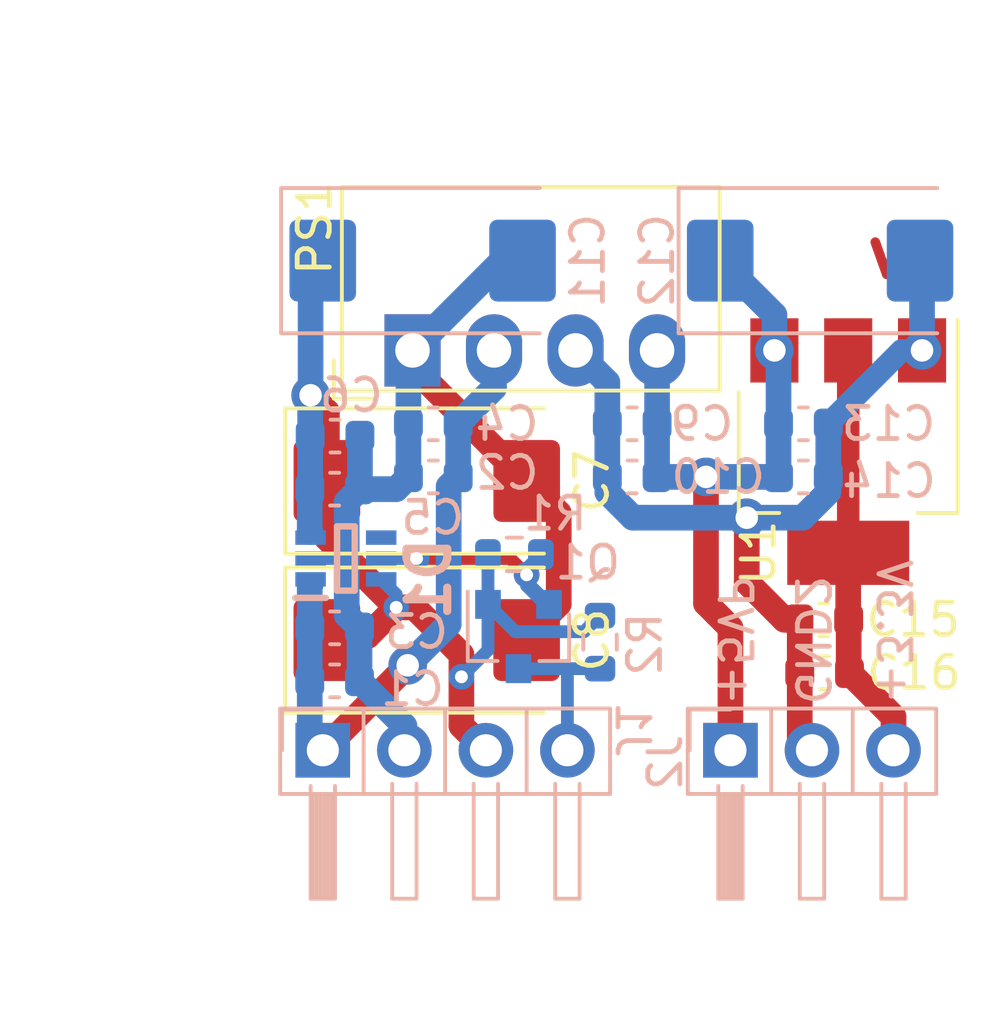
<source format=kicad_pcb>
(kicad_pcb (version 20171130) (host pcbnew "(5.1.10)-1")

  (general
    (thickness 1.6)
    (drawings 16)
    (tracks 129)
    (zones 0)
    (modules 24)
    (nets 9)
  )

  (page A4)
  (layers
    (0 F.Cu signal)
    (31 B.Cu signal)
    (32 B.Adhes user)
    (33 F.Adhes user)
    (34 B.Paste user)
    (35 F.Paste user)
    (36 B.SilkS user)
    (37 F.SilkS user)
    (38 B.Mask user)
    (39 F.Mask user)
    (40 Dwgs.User user)
    (41 Cmts.User user)
    (42 Eco1.User user)
    (43 Eco2.User user)
    (44 Edge.Cuts user)
    (45 Margin user)
    (46 B.CrtYd user)
    (47 F.CrtYd user)
    (48 B.Fab user)
    (49 F.Fab user)
  )

  (setup
    (last_trace_width 0.25)
    (user_trace_width 0.3)
    (user_trace_width 0.4)
    (user_trace_width 0.5)
    (user_trace_width 0.6)
    (user_trace_width 0.7)
    (user_trace_width 0.8)
    (user_trace_width 1)
    (user_trace_width 1.2)
    (user_trace_width 1.4)
    (user_trace_width 2)
    (trace_clearance 0.2)
    (zone_clearance 0.254)
    (zone_45_only yes)
    (trace_min 0.2)
    (via_size 0.8)
    (via_drill 0.4)
    (via_min_size 0.4)
    (via_min_drill 0.3)
    (user_via 1.1 0.6)
    (user_via 1.2 0.7)
    (user_via 1.6 1)
    (user_via 1.8 1.2)
    (user_via 2 1.4)
    (user_via 2.4 1.8)
    (uvia_size 0.3)
    (uvia_drill 0.1)
    (uvias_allowed no)
    (uvia_min_size 0.2)
    (uvia_min_drill 0.1)
    (edge_width 0.1)
    (segment_width 0.2)
    (pcb_text_width 0.3)
    (pcb_text_size 1.5 1.5)
    (mod_edge_width 0.15)
    (mod_text_size 1 1)
    (mod_text_width 0.15)
    (pad_size 1.7 1.7)
    (pad_drill 1)
    (pad_to_mask_clearance 0)
    (aux_axis_origin 90.25 80.823)
    (grid_origin 90.25 80.823)
    (visible_elements 7FFFFFFF)
    (pcbplotparams
      (layerselection 0x010fc_ffffffff)
      (usegerberextensions false)
      (usegerberattributes true)
      (usegerberadvancedattributes true)
      (creategerberjobfile true)
      (excludeedgelayer true)
      (linewidth 0.020000)
      (plotframeref false)
      (viasonmask false)
      (mode 1)
      (useauxorigin false)
      (hpglpennumber 1)
      (hpglpenspeed 20)
      (hpglpendiameter 15.000000)
      (psnegative false)
      (psa4output false)
      (plotreference true)
      (plotvalue true)
      (plotinvisibletext false)
      (padsonsilk false)
      (subtractmaskfromsilk true)
      (outputformat 1)
      (mirror false)
      (drillshape 0)
      (scaleselection 1)
      (outputdirectory "Gerbers/"))
  )

  (net 0 "")
  (net 1 +5P)
  (net 2 GND1)
  (net 3 +5VP)
  (net 4 /+5V_state)
  (net 5 +3.3VP)
  (net 6 +5V)
  (net 7 GND2)
  (net 8 "Net-(D1-Pad5)")

  (net_class Default "Это класс цепей по умолчанию."
    (clearance 0.2)
    (trace_width 0.25)
    (via_dia 0.8)
    (via_drill 0.4)
    (uvia_dia 0.3)
    (uvia_drill 0.1)
    (add_net +3.3VP)
    (add_net +5P)
    (add_net +5V)
    (add_net +5VP)
    (add_net /+5V_state)
    (add_net GND1)
    (add_net GND2)
    (add_net "Net-(D1-Pad5)")
  )

  (net_class AC230V ""
    (clearance 0.8)
    (trace_width 2)
    (via_dia 1.8)
    (via_drill 1)
    (uvia_dia 0.3)
    (uvia_drill 0.1)
  )

  (module Modules:SOP65P210X110-6N (layer B.Cu) (tedit 6035FE66) (tstamp 61A2C405)
    (at 92.321 92.634)
    (descr "6-Pin SC-70")
    (tags Diode)
    (path /61A5DC80)
    (attr smd)
    (fp_text reference D1 (at 2.583 0.635 270) (layer B.SilkS)
      (effects (font (size 1.27 1.27) (thickness 0.254)) (justify mirror))
    )
    (fp_text value LM66100DCKR (at 0 -2.286) (layer B.Fab) hide
      (effects (font (size 1.27 1.27) (thickness 0.254)) (justify mirror))
    )
    (fp_line (start -1.825 1.325) (end 1.825 1.325) (layer B.CrtYd) (width 0.05))
    (fp_line (start 1.825 1.325) (end 1.825 -1.325) (layer B.CrtYd) (width 0.05))
    (fp_line (start 1.825 -1.325) (end -1.825 -1.325) (layer B.CrtYd) (width 0.05))
    (fp_line (start -1.825 -1.325) (end -1.825 1.325) (layer B.CrtYd) (width 0.05))
    (fp_line (start -0.625 1) (end 0.625 1) (layer B.Fab) (width 0.1))
    (fp_line (start 0.625 1) (end 0.625 -1) (layer B.Fab) (width 0.1))
    (fp_line (start 0.625 -1) (end -0.625 -1) (layer B.Fab) (width 0.1))
    (fp_line (start -0.625 -1) (end -0.625 1) (layer B.Fab) (width 0.1))
    (fp_line (start -0.625 0.35) (end 0.025 1) (layer B.Fab) (width 0.1))
    (fp_line (start -0.275 1) (end 0.275 1) (layer B.SilkS) (width 0.2))
    (fp_line (start 0.275 1) (end 0.275 -1) (layer B.SilkS) (width 0.2))
    (fp_line (start 0.275 -1) (end -0.275 -1) (layer B.SilkS) (width 0.2))
    (fp_line (start -0.275 -1) (end -0.275 1) (layer B.SilkS) (width 0.2))
    (fp_line (start -1.575 1.225) (end -0.625 1.225) (layer B.SilkS) (width 0.2))
    (fp_text user %R (at 0 2.286) (layer B.Fab) hide
      (effects (font (size 1.27 1.27) (thickness 0.254)) (justify mirror))
    )
    (pad 6 smd rect (at 1.1 0.65 270) (size 0.45 0.95) (layers B.Cu B.Paste B.Mask)
      (net 1 +5P))
    (pad 5 smd rect (at 1.1 0 270) (size 0.45 0.95) (layers B.Cu B.Paste B.Mask)
      (net 8 "Net-(D1-Pad5)"))
    (pad 4 smd rect (at 1.1 -0.65 270) (size 0.45 0.95) (layers B.Cu B.Paste B.Mask))
    (pad 3 smd rect (at -1.1 -0.65 270) (size 0.45 0.95) (layers B.Cu B.Paste B.Mask)
      (net 1 +5P))
    (pad 2 smd rect (at -1.1 0 270) (size 0.45 0.95) (layers B.Cu B.Paste B.Mask)
      (net 2 GND1))
    (pad 1 smd rect (at -1.1 0.65 270) (size 0.45 0.95) (layers B.Cu B.Paste B.Mask)
      (net 6 +5V))
    (model LM66100DCKR.stp
      (at (xyz 0 0 0))
      (scale (xyz 1 1 1))
      (rotate (xyz 0 0 0))
    )
    (model ${KIPRJMOD}/../../KiCAD_libraries/3D-models/LM66100DCKR.stp
      (at (xyz 0 0 0))
      (scale (xyz 1 1 1))
      (rotate (xyz 0 0 0))
    )
  )

  (module Capacitor_Tantalum_SMD:CP_EIA-7343-15_Kemet-W (layer B.Cu) (tedit 5EBA9318) (tstamp 61A78C39)
    (at 107.096 83.363)
    (descr "Tantalum Capacitor SMD Kemet-W (7343-15 Metric), IPC_7351 nominal, (Body size from: http://www.kemet.com/Lists/ProductCatalog/Attachments/253/KEM_TC101_STD.pdf), generated with kicad-footprint-generator")
    (tags "capacitor tantalum")
    (path /621F10A9)
    (attr smd)
    (fp_text reference C12 (at -5.08 0 90) (layer B.SilkS)
      (effects (font (size 1 1) (thickness 0.15)) (justify mirror))
    )
    (fp_text value 470uF (at 0 -3.1) (layer B.Fab)
      (effects (font (size 1 1) (thickness 0.15)) (justify mirror))
    )
    (fp_line (start 3.65 2.15) (end -2.65 2.15) (layer B.Fab) (width 0.1))
    (fp_line (start -2.65 2.15) (end -3.65 1.15) (layer B.Fab) (width 0.1))
    (fp_line (start -3.65 1.15) (end -3.65 -2.15) (layer B.Fab) (width 0.1))
    (fp_line (start -3.65 -2.15) (end 3.65 -2.15) (layer B.Fab) (width 0.1))
    (fp_line (start 3.65 -2.15) (end 3.65 2.15) (layer B.Fab) (width 0.1))
    (fp_line (start 3.65 2.26) (end -4.41 2.26) (layer B.SilkS) (width 0.12))
    (fp_line (start -4.41 2.26) (end -4.41 -2.26) (layer B.SilkS) (width 0.12))
    (fp_line (start -4.41 -2.26) (end 3.65 -2.26) (layer B.SilkS) (width 0.12))
    (fp_line (start -4.4 -2.4) (end -4.4 2.4) (layer B.CrtYd) (width 0.05))
    (fp_line (start -4.4 2.4) (end 4.4 2.4) (layer B.CrtYd) (width 0.05))
    (fp_line (start 4.4 2.4) (end 4.4 -2.4) (layer B.CrtYd) (width 0.05))
    (fp_line (start 4.4 -2.4) (end -4.4 -2.4) (layer B.CrtYd) (width 0.05))
    (fp_text user %R (at 0 0) (layer B.Fab)
      (effects (font (size 1 1) (thickness 0.15)) (justify mirror))
    )
    (pad 2 smd roundrect (at 3.1125 0) (size 2.075 2.55) (layers B.Cu B.Paste B.Mask) (roundrect_rratio 0.120482)
      (net 7 GND2))
    (pad 1 smd roundrect (at -3.1125 0) (size 2.075 2.55) (layers B.Cu B.Paste B.Mask) (roundrect_rratio 0.120482)
      (net 3 +5VP))
    (model ${KISYS3DMOD}/Capacitor_Tantalum_SMD.3dshapes/CP_EIA-7343-15_Kemet-W.wrl
      (at (xyz 0 0 0))
      (scale (xyz 1 1 1))
      (rotate (xyz 0 0 0))
    )
  )

  (module Modules:PinHeader_1x03_P2.54mm_Horizontal (layer B.Cu) (tedit 61A65527) (tstamp 61A2C450)
    (at 104.302 98.603 270)
    (descr "Through hole angled pin header, 1x03, 2.54mm pitch, 6mm pin length, single row")
    (tags "Through hole angled pin header THT 1x03 2.54mm single row")
    (path /61BF0BAB)
    (fp_text reference J2 (at 0.381 2.032 270) (layer B.SilkS)
      (effects (font (size 1 1) (thickness 0.15)) (justify mirror))
    )
    (fp_text value Vout2 (at 4.385 -7.35 90) (layer B.Fab)
      (effects (font (size 1 1) (thickness 0.15)) (justify mirror))
    )
    (fp_line (start -0.605 1.27) (end 1.3 1.27) (layer B.Fab) (width 0.1))
    (fp_line (start 1.3 1.27) (end 1.3 -6.35) (layer B.Fab) (width 0.1))
    (fp_line (start 1.3 -6.35) (end -1.24 -6.35) (layer B.Fab) (width 0.1))
    (fp_line (start -1.24 -6.35) (end -1.24 0.635) (layer B.Fab) (width 0.1))
    (fp_line (start -1.24 0.635) (end -0.605 1.27) (layer B.Fab) (width 0.1))
    (fp_line (start -0.32 0.32) (end 1.5 0.32) (layer B.Fab) (width 0.1))
    (fp_line (start -0.32 0.32) (end -0.32 -0.32) (layer B.Fab) (width 0.1))
    (fp_line (start -0.32 -0.32) (end 1.5 -0.32) (layer B.Fab) (width 0.1))
    (fp_line (start 1.3 0.32) (end 4.56 0.32) (layer B.Fab) (width 0.1))
    (fp_line (start 4.56 0.32) (end 4.56 -0.32) (layer B.Fab) (width 0.1))
    (fp_line (start 1.3 -0.32) (end 4.56 -0.32) (layer B.Fab) (width 0.1))
    (fp_line (start -0.32 -2.22) (end 1.5 -2.22) (layer B.Fab) (width 0.1))
    (fp_line (start -0.32 -2.22) (end -0.32 -2.86) (layer B.Fab) (width 0.1))
    (fp_line (start -0.32 -2.86) (end 1.5 -2.86) (layer B.Fab) (width 0.1))
    (fp_line (start 1.3 -2.22) (end 4.56 -2.22) (layer B.Fab) (width 0.1))
    (fp_line (start 4.56 -2.22) (end 4.56 -2.86) (layer B.Fab) (width 0.1))
    (fp_line (start 1.3 -2.86) (end 4.56 -2.86) (layer B.Fab) (width 0.1))
    (fp_line (start -0.32 -4.76) (end 1.5 -4.76) (layer B.Fab) (width 0.1))
    (fp_line (start -0.32 -4.76) (end -0.32 -5.4) (layer B.Fab) (width 0.1))
    (fp_line (start -0.32 -5.4) (end 1.5 -5.4) (layer B.Fab) (width 0.1))
    (fp_line (start 1.3 -4.76) (end 4.56 -4.76) (layer B.Fab) (width 0.1))
    (fp_line (start 4.56 -4.76) (end 4.56 -5.4) (layer B.Fab) (width 0.1))
    (fp_line (start 1.3 -5.4) (end 4.56 -5.4) (layer B.Fab) (width 0.1))
    (fp_line (start -1.3 1.33) (end -1.3 -6.41) (layer B.SilkS) (width 0.12))
    (fp_line (start -1.3 -6.41) (end 1.36 -6.41) (layer B.SilkS) (width 0.12))
    (fp_line (start 1.36 -6.41) (end 1.36 1.33) (layer B.SilkS) (width 0.12))
    (fp_line (start 1.36 1.33) (end -1.3 1.33) (layer B.SilkS) (width 0.12))
    (fp_line (start 1.36 0.38) (end 4.62 0.38) (layer B.SilkS) (width 0.12))
    (fp_line (start 4.62 0.38) (end 4.62 -0.38) (layer B.SilkS) (width 0.12))
    (fp_line (start 1.36 -0.38) (end 4.62 -0.38) (layer B.SilkS) (width 0.12))
    (fp_line (start 1.36 0.32) (end 4.62 0.32) (layer B.SilkS) (width 0.12))
    (fp_line (start 1.36 0.2) (end 4.62 0.2) (layer B.SilkS) (width 0.12))
    (fp_line (start 1.36 0.08) (end 4.62 0.08) (layer B.SilkS) (width 0.12))
    (fp_line (start 1.36 -0.04) (end 4.62 -0.04) (layer B.SilkS) (width 0.12))
    (fp_line (start 1.36 -0.16) (end 4.62 -0.16) (layer B.SilkS) (width 0.12))
    (fp_line (start 1.36 -0.28) (end 4.62 -0.28) (layer B.SilkS) (width 0.12))
    (fp_line (start 1.11 0.38) (end 1.44 0.38) (layer B.SilkS) (width 0.12))
    (fp_line (start 1.11 -0.38) (end 1.44 -0.38) (layer B.SilkS) (width 0.12))
    (fp_line (start -1.3 -1.27) (end 1.36 -1.27) (layer B.SilkS) (width 0.12))
    (fp_line (start 1.36 -2.16) (end 4.62 -2.16) (layer B.SilkS) (width 0.12))
    (fp_line (start 4.62 -2.16) (end 4.62 -2.92) (layer B.SilkS) (width 0.12))
    (fp_line (start 4.62 -2.92) (end 1.36 -2.92) (layer B.SilkS) (width 0.12))
    (fp_line (start 1.042929 -2.16) (end 1.44 -2.16) (layer B.SilkS) (width 0.12))
    (fp_line (start 1.042929 -2.92) (end 1.44 -2.92) (layer B.SilkS) (width 0.12))
    (fp_line (start -1.3 -3.81) (end 1.36 -3.81) (layer B.SilkS) (width 0.12))
    (fp_line (start 1.36 -4.7) (end 4.62 -4.7) (layer B.SilkS) (width 0.12))
    (fp_line (start 4.62 -4.7) (end 4.62 -5.46) (layer B.SilkS) (width 0.12))
    (fp_line (start 4.62 -5.46) (end 1.36 -5.46) (layer B.SilkS) (width 0.12))
    (fp_line (start 1.042929 -4.7) (end 1.44 -4.7) (layer B.SilkS) (width 0.12))
    (fp_line (start 1.042929 -5.46) (end 1.44 -5.46) (layer B.SilkS) (width 0.12))
    (fp_line (start -1.27 0) (end -1.27 1.27) (layer B.SilkS) (width 0.12))
    (fp_line (start -1.27 1.27) (end 0 1.27) (layer B.SilkS) (width 0.12))
    (fp_line (start -1.397 1.397) (end -1.397 -6.477) (layer B.CrtYd) (width 0.05))
    (fp_line (start -1.397 -6.477) (end 4.699 -6.477) (layer B.CrtYd) (width 0.05))
    (fp_line (start 4.699 -6.477) (end 4.699 1.397) (layer B.CrtYd) (width 0.05))
    (fp_line (start 4.699 1.397) (end -1.397 1.397) (layer B.CrtYd) (width 0.05))
    (fp_text user %R (at -2.71 -2.54 180) (layer B.Fab)
      (effects (font (size 1 1) (thickness 0.15)) (justify mirror))
    )
    (pad 3 thru_hole oval (at 0 -5.08 270) (size 1.7 1.7) (drill 1) (layers *.Cu *.Mask)
      (net 5 +3.3VP))
    (pad 2 thru_hole oval (at 0 -2.54 270) (size 1.7 1.7) (drill 1) (layers *.Cu *.Mask)
      (net 7 GND2))
    (pad 1 thru_hole rect (at 0 0 270) (size 1.7 1.7) (drill 1) (layers *.Cu *.Mask)
      (net 3 +5VP))
    (model ${KISYS3DMOD}/Connector_PinHeader_2.54mm.3dshapes/PinHeader_1x03_P2.54mm_Horizontal.wrl
      (offset (xyz 1.27 -5.08 4))
      (scale (xyz 1 1 1))
      (rotate (xyz 0 -90 180))
    )
  )

  (module Modules:PinHeader_1x04_P2.54mm_Horizontal (layer B.Cu) (tedit 61A6556C) (tstamp 61A30D35)
    (at 91.602 98.603 270)
    (descr "Through hole angled pin header, 1x04, 2.54mm pitch, 6mm pin length, single row")
    (tags "Through hole angled pin header THT 1x04 2.54mm single row")
    (path /61B54CED)
    (fp_text reference J1 (at -0.635 -9.652 270 unlocked) (layer B.SilkS)
      (effects (font (size 1 1) (thickness 0.15)) (justify mirror))
    )
    (fp_text value Vout1 (at 4.385 -9.89 90) (layer B.Fab)
      (effects (font (size 1 1) (thickness 0.15)) (justify mirror))
    )
    (fp_line (start 4.699 1.397) (end -1.397 1.397) (layer B.CrtYd) (width 0.05))
    (fp_line (start 4.699 -9.017) (end 4.699 1.397) (layer B.CrtYd) (width 0.05))
    (fp_line (start -1.397 -9.017) (end 4.699 -9.017) (layer B.CrtYd) (width 0.05))
    (fp_line (start -1.397 1.397) (end -1.397 -9.017) (layer B.CrtYd) (width 0.05))
    (fp_line (start -1.27 1.27) (end 0 1.27) (layer B.SilkS) (width 0.12))
    (fp_line (start -1.27 0) (end -1.27 1.27) (layer B.SilkS) (width 0.12))
    (fp_line (start 1.042929 -8) (end 1.44 -8) (layer B.SilkS) (width 0.12))
    (fp_line (start 1.042929 -7.24) (end 1.44 -7.24) (layer B.SilkS) (width 0.12))
    (fp_line (start 4.62 -8) (end 1.36 -8) (layer B.SilkS) (width 0.12))
    (fp_line (start 4.62 -7.24) (end 4.62 -8) (layer B.SilkS) (width 0.12))
    (fp_line (start 1.36 -7.24) (end 4.62 -7.24) (layer B.SilkS) (width 0.12))
    (fp_line (start -1.3 -6.35) (end 1.36 -6.35) (layer B.SilkS) (width 0.12))
    (fp_line (start 1.042929 -5.46) (end 1.44 -5.46) (layer B.SilkS) (width 0.12))
    (fp_line (start 1.042929 -4.7) (end 1.44 -4.7) (layer B.SilkS) (width 0.12))
    (fp_line (start 4.62 -5.46) (end 1.36 -5.46) (layer B.SilkS) (width 0.12))
    (fp_line (start 4.62 -4.7) (end 4.62 -5.46) (layer B.SilkS) (width 0.12))
    (fp_line (start 1.36 -4.7) (end 4.62 -4.7) (layer B.SilkS) (width 0.12))
    (fp_line (start -1.3 -3.81) (end 1.36 -3.81) (layer B.SilkS) (width 0.12))
    (fp_line (start 1.042929 -2.92) (end 1.44 -2.92) (layer B.SilkS) (width 0.12))
    (fp_line (start 1.042929 -2.16) (end 1.44 -2.16) (layer B.SilkS) (width 0.12))
    (fp_line (start 4.62 -2.92) (end 1.36 -2.92) (layer B.SilkS) (width 0.12))
    (fp_line (start 4.62 -2.16) (end 4.62 -2.92) (layer B.SilkS) (width 0.12))
    (fp_line (start 1.36 -2.16) (end 4.62 -2.16) (layer B.SilkS) (width 0.12))
    (fp_line (start -1.3 -1.27) (end 1.36 -1.27) (layer B.SilkS) (width 0.12))
    (fp_line (start 1.11 -0.38) (end 1.44 -0.38) (layer B.SilkS) (width 0.12))
    (fp_line (start 1.11 0.38) (end 1.44 0.38) (layer B.SilkS) (width 0.12))
    (fp_line (start 1.36 -0.28) (end 4.62 -0.28) (layer B.SilkS) (width 0.12))
    (fp_line (start 1.36 -0.16) (end 4.62 -0.16) (layer B.SilkS) (width 0.12))
    (fp_line (start 1.36 -0.04) (end 4.62 -0.04) (layer B.SilkS) (width 0.12))
    (fp_line (start 1.36 0.08) (end 4.62 0.08) (layer B.SilkS) (width 0.12))
    (fp_line (start 1.36 0.2) (end 4.62 0.2) (layer B.SilkS) (width 0.12))
    (fp_line (start 1.36 0.32) (end 4.62 0.32) (layer B.SilkS) (width 0.12))
    (fp_line (start 4.62 -0.38) (end 1.36 -0.38) (layer B.SilkS) (width 0.12))
    (fp_line (start 4.62 0.38) (end 4.62 -0.38) (layer B.SilkS) (width 0.12))
    (fp_line (start 1.36 0.38) (end 4.62 0.38) (layer B.SilkS) (width 0.12))
    (fp_line (start 1.36 1.33) (end -1.3 1.33) (layer B.SilkS) (width 0.12))
    (fp_line (start 1.36 -8.95) (end 1.36 1.33) (layer B.SilkS) (width 0.12))
    (fp_line (start -1.3 -8.95) (end 1.36 -8.95) (layer B.SilkS) (width 0.12))
    (fp_line (start -1.3 1.33) (end -1.3 -8.95) (layer B.SilkS) (width 0.12))
    (fp_line (start 1.3 -7.94) (end 4.56 -7.94) (layer B.Fab) (width 0.1))
    (fp_line (start 4.56 -7.3) (end 4.56 -7.94) (layer B.Fab) (width 0.1))
    (fp_line (start 1.3 -7.3) (end 4.56 -7.3) (layer B.Fab) (width 0.1))
    (fp_line (start -0.32 -7.94) (end 1.5 -7.94) (layer B.Fab) (width 0.1))
    (fp_line (start -0.32 -7.3) (end -0.32 -7.94) (layer B.Fab) (width 0.1))
    (fp_line (start -0.32 -7.3) (end 1.5 -7.3) (layer B.Fab) (width 0.1))
    (fp_line (start 1.3 -5.4) (end 4.56 -5.4) (layer B.Fab) (width 0.1))
    (fp_line (start 4.56 -4.76) (end 4.56 -5.4) (layer B.Fab) (width 0.1))
    (fp_line (start 1.3 -4.76) (end 4.56 -4.76) (layer B.Fab) (width 0.1))
    (fp_line (start -0.32 -5.4) (end 1.5 -5.4) (layer B.Fab) (width 0.1))
    (fp_line (start -0.32 -4.76) (end -0.32 -5.4) (layer B.Fab) (width 0.1))
    (fp_line (start -0.32 -4.76) (end 1.5 -4.76) (layer B.Fab) (width 0.1))
    (fp_line (start 1.3 -2.86) (end 4.56 -2.86) (layer B.Fab) (width 0.1))
    (fp_line (start 4.56 -2.22) (end 4.56 -2.86) (layer B.Fab) (width 0.1))
    (fp_line (start 1.3 -2.22) (end 4.56 -2.22) (layer B.Fab) (width 0.1))
    (fp_line (start -0.32 -2.86) (end 1.5 -2.86) (layer B.Fab) (width 0.1))
    (fp_line (start -0.32 -2.22) (end -0.32 -2.86) (layer B.Fab) (width 0.1))
    (fp_line (start -0.32 -2.22) (end 1.5 -2.22) (layer B.Fab) (width 0.1))
    (fp_line (start 1.3 -0.32) (end 4.56 -0.32) (layer B.Fab) (width 0.1))
    (fp_line (start 4.56 0.32) (end 4.56 -0.32) (layer B.Fab) (width 0.1))
    (fp_line (start 1.3 0.32) (end 4.56 0.32) (layer B.Fab) (width 0.1))
    (fp_line (start -0.32 -0.32) (end 1.5 -0.32) (layer B.Fab) (width 0.1))
    (fp_line (start -0.32 0.32) (end -0.32 -0.32) (layer B.Fab) (width 0.1))
    (fp_line (start -0.32 0.32) (end 1.5 0.32) (layer B.Fab) (width 0.1))
    (fp_line (start -1.24 0.635) (end -0.605 1.27) (layer B.Fab) (width 0.1))
    (fp_line (start -1.24 -8.89) (end -1.24 0.635) (layer B.Fab) (width 0.1))
    (fp_line (start 1.3 -8.89) (end -1.24 -8.89) (layer B.Fab) (width 0.1))
    (fp_line (start 1.3 1.27) (end 1.3 -8.89) (layer B.Fab) (width 0.1))
    (fp_line (start -0.605 1.27) (end 1.3 1.27) (layer B.Fab) (width 0.1))
    (fp_text user %R (at -2.71 -3.81 180) (layer B.Fab)
      (effects (font (size 1 1) (thickness 0.15)) (justify mirror))
    )
    (pad 4 thru_hole oval (at 0 -7.62 270) (size 1.7 1.7) (drill 1) (layers *.Cu *.Mask)
      (net 4 /+5V_state))
    (pad 3 thru_hole oval (at 0 -5.08 270) (size 1.7 1.7) (drill 1) (layers *.Cu *.Mask)
      (net 1 +5P))
    (pad 2 thru_hole oval (at 0 -2.54 270) (size 1.7 1.7) (drill 1) (layers *.Cu *.Mask)
      (net 2 GND1))
    (pad 1 thru_hole rect (at 0 0 270) (size 1.7 1.7) (drill 1) (layers *.Cu *.Mask)
      (net 6 +5V))
    (model ${KISYS3DMOD}/Connector_PinHeader_2.54mm.3dshapes/PinHeader_1x04_P2.54mm_Horizontal.wrl
      (offset (xyz 1.27 -7.62 4))
      (scale (xyz 1 1 1))
      (rotate (xyz 0 -90 180))
    )
  )

  (module Capacitor_Tantalum_SMD:CP_EIA-7343-15_Kemet-W (layer B.Cu) (tedit 5EBA9318) (tstamp 61A409DB)
    (at 94.7125 83.363)
    (descr "Tantalum Capacitor SMD Kemet-W (7343-15 Metric), IPC_7351 nominal, (Body size from: http://www.kemet.com/Lists/ProductCatalog/Attachments/253/KEM_TC101_STD.pdf), generated with kicad-footprint-generator")
    (tags "capacitor tantalum")
    (path /61A863EF)
    (attr smd)
    (fp_text reference C11 (at 5.1445 0 90) (layer B.SilkS)
      (effects (font (size 1 1) (thickness 0.15)) (justify mirror))
    )
    (fp_text value 470uF (at 0 -3.1) (layer B.Fab)
      (effects (font (size 1 1) (thickness 0.15)) (justify mirror))
    )
    (fp_line (start 3.65 2.15) (end -2.65 2.15) (layer B.Fab) (width 0.1))
    (fp_line (start -2.65 2.15) (end -3.65 1.15) (layer B.Fab) (width 0.1))
    (fp_line (start -3.65 1.15) (end -3.65 -2.15) (layer B.Fab) (width 0.1))
    (fp_line (start -3.65 -2.15) (end 3.65 -2.15) (layer B.Fab) (width 0.1))
    (fp_line (start 3.65 -2.15) (end 3.65 2.15) (layer B.Fab) (width 0.1))
    (fp_line (start 3.65 2.26) (end -4.41 2.26) (layer B.SilkS) (width 0.12))
    (fp_line (start -4.41 2.26) (end -4.41 -2.26) (layer B.SilkS) (width 0.12))
    (fp_line (start -4.41 -2.26) (end 3.65 -2.26) (layer B.SilkS) (width 0.12))
    (fp_line (start -4.4 -2.4) (end -4.4 2.4) (layer B.CrtYd) (width 0.05))
    (fp_line (start -4.4 2.4) (end 4.4 2.4) (layer B.CrtYd) (width 0.05))
    (fp_line (start 4.4 2.4) (end 4.4 -2.4) (layer B.CrtYd) (width 0.05))
    (fp_line (start 4.4 -2.4) (end -4.4 -2.4) (layer B.CrtYd) (width 0.05))
    (fp_text user %R (at 0 0) (layer B.Fab)
      (effects (font (size 1 1) (thickness 0.15)) (justify mirror))
    )
    (pad 2 smd roundrect (at 3.1125 0) (size 2.075 2.55) (layers B.Cu B.Paste B.Mask) (roundrect_rratio 0.120482)
      (net 2 GND1))
    (pad 1 smd roundrect (at -3.1125 0) (size 2.075 2.55) (layers B.Cu B.Paste B.Mask) (roundrect_rratio 0.120482)
      (net 1 +5P))
    (model ${KISYS3DMOD}/Capacitor_Tantalum_SMD.3dshapes/CP_EIA-7343-15_Kemet-W.wrl
      (at (xyz 0 0 0))
      (scale (xyz 1 1 1))
      (rotate (xyz 0 0 0))
    )
  )

  (module Package_TO_SOT_SMD:SOT-223-3_TabPin2 (layer F.Cu) (tedit 5A02FF57) (tstamp 61A2C4ED)
    (at 107.971 89.307 270)
    (descr "module CMS SOT223 4 pins")
    (tags "CMS SOT")
    (path /61A698C6)
    (attr smd)
    (fp_text reference U1 (at 3.15 2.794 270) (layer F.SilkS)
      (effects (font (size 1 1) (thickness 0.15)))
    )
    (fp_text value LM1117-3.3 (at 0 4.5 90) (layer F.Fab)
      (effects (font (size 1 1) (thickness 0.15)))
    )
    (fp_line (start 1.91 3.41) (end 1.91 2.15) (layer F.SilkS) (width 0.12))
    (fp_line (start 1.91 -3.41) (end 1.91 -2.15) (layer F.SilkS) (width 0.12))
    (fp_line (start 4.4 -3.6) (end -4.4 -3.6) (layer F.CrtYd) (width 0.05))
    (fp_line (start 4.4 3.6) (end 4.4 -3.6) (layer F.CrtYd) (width 0.05))
    (fp_line (start -4.4 3.6) (end 4.4 3.6) (layer F.CrtYd) (width 0.05))
    (fp_line (start -4.4 -3.6) (end -4.4 3.6) (layer F.CrtYd) (width 0.05))
    (fp_line (start -1.85 -2.35) (end -0.85 -3.35) (layer F.Fab) (width 0.1))
    (fp_line (start -1.85 -2.35) (end -1.85 3.35) (layer F.Fab) (width 0.1))
    (fp_line (start -1.85 3.41) (end 1.91 3.41) (layer F.SilkS) (width 0.12))
    (fp_line (start -0.85 -3.35) (end 1.85 -3.35) (layer F.Fab) (width 0.1))
    (fp_line (start -4.1 -3.41) (end 1.91 -3.41) (layer F.SilkS) (width 0.12))
    (fp_line (start -1.85 3.35) (end 1.85 3.35) (layer F.Fab) (width 0.1))
    (fp_line (start 1.85 -3.35) (end 1.85 3.35) (layer F.Fab) (width 0.1))
    (fp_text user %R (at 0 0) (layer F.Fab)
      (effects (font (size 0.8 0.8) (thickness 0.12)))
    )
    (pad 1 smd rect (at -3.15 -2.3 270) (size 2 1.5) (layers F.Cu F.Paste F.Mask)
      (net 7 GND2))
    (pad 3 smd rect (at -3.15 2.3 270) (size 2 1.5) (layers F.Cu F.Paste F.Mask)
      (net 3 +5VP))
    (pad 2 smd rect (at -3.15 0 270) (size 2 1.5) (layers F.Cu F.Paste F.Mask)
      (net 5 +3.3VP))
    (pad 2 smd rect (at 3.15 0 270) (size 2 3.8) (layers F.Cu F.Paste F.Mask)
      (net 5 +3.3VP))
    (model ${KISYS3DMOD}/Package_TO_SOT_SMD.3dshapes/SOT-223.wrl
      (at (xyz 0 0 0))
      (scale (xyz 1 1 1))
      (rotate (xyz 0 0 0))
    )
  )

  (module Capacitor_SMD:C_0603_1608Metric (layer B.Cu) (tedit 5F68FEEE) (tstamp 61A4E33E)
    (at 106.575 88.443 180)
    (descr "Capacitor SMD 0603 (1608 Metric), square (rectangular) end terminal, IPC_7351 nominal, (Body size source: IPC-SM-782 page 76, https://www.pcb-3d.com/wordpress/wp-content/uploads/ipc-sm-782a_amendment_1_and_2.pdf), generated with kicad-footprint-generator")
    (tags capacitor)
    (path /61A698BA)
    (attr smd)
    (fp_text reference C13 (at -2.654 0) (layer B.SilkS)
      (effects (font (size 1 1) (thickness 0.15)) (justify mirror))
    )
    (fp_text value 10uF (at 0 -1.43) (layer B.Fab)
      (effects (font (size 1 1) (thickness 0.15)) (justify mirror))
    )
    (fp_line (start -0.8 -0.4) (end -0.8 0.4) (layer B.Fab) (width 0.1))
    (fp_line (start -0.8 0.4) (end 0.8 0.4) (layer B.Fab) (width 0.1))
    (fp_line (start 0.8 0.4) (end 0.8 -0.4) (layer B.Fab) (width 0.1))
    (fp_line (start 0.8 -0.4) (end -0.8 -0.4) (layer B.Fab) (width 0.1))
    (fp_line (start -0.14058 0.51) (end 0.14058 0.51) (layer B.SilkS) (width 0.12))
    (fp_line (start -0.14058 -0.51) (end 0.14058 -0.51) (layer B.SilkS) (width 0.12))
    (fp_line (start -1.48 -0.73) (end -1.48 0.73) (layer B.CrtYd) (width 0.05))
    (fp_line (start -1.48 0.73) (end 1.48 0.73) (layer B.CrtYd) (width 0.05))
    (fp_line (start 1.48 0.73) (end 1.48 -0.73) (layer B.CrtYd) (width 0.05))
    (fp_line (start 1.48 -0.73) (end -1.48 -0.73) (layer B.CrtYd) (width 0.05))
    (fp_text user %R (at 0 0) (layer B.Fab)
      (effects (font (size 0.4 0.4) (thickness 0.06)) (justify mirror))
    )
    (pad 2 smd roundrect (at 0.775 0 180) (size 0.9 0.95) (layers B.Cu B.Paste B.Mask) (roundrect_rratio 0.25)
      (net 3 +5VP))
    (pad 1 smd roundrect (at -0.775 0 180) (size 0.9 0.95) (layers B.Cu B.Paste B.Mask) (roundrect_rratio 0.25)
      (net 7 GND2))
    (model ${KISYS3DMOD}/Capacitor_SMD.3dshapes/C_0603_1608Metric.wrl
      (at (xyz 0 0 0))
      (scale (xyz 1 1 1))
      (rotate (xyz 0 0 0))
    )
  )

  (module Capacitor_SMD:C_0603_1608Metric (layer B.Cu) (tedit 5F68FEEE) (tstamp 61A4E38F)
    (at 106.575 90.094 180)
    (descr "Capacitor SMD 0603 (1608 Metric), square (rectangular) end terminal, IPC_7351 nominal, (Body size source: IPC-SM-782 page 76, https://www.pcb-3d.com/wordpress/wp-content/uploads/ipc-sm-782a_amendment_1_and_2.pdf), generated with kicad-footprint-generator")
    (tags capacitor)
    (path /61A698C0)
    (attr smd)
    (fp_text reference C14 (at -2.667 -0.127) (layer B.SilkS)
      (effects (font (size 1 1) (thickness 0.15)) (justify mirror))
    )
    (fp_text value 100nF (at 0 -1.43) (layer B.Fab)
      (effects (font (size 1 1) (thickness 0.15)) (justify mirror))
    )
    (fp_line (start -0.8 -0.4) (end -0.8 0.4) (layer B.Fab) (width 0.1))
    (fp_line (start -0.8 0.4) (end 0.8 0.4) (layer B.Fab) (width 0.1))
    (fp_line (start 0.8 0.4) (end 0.8 -0.4) (layer B.Fab) (width 0.1))
    (fp_line (start 0.8 -0.4) (end -0.8 -0.4) (layer B.Fab) (width 0.1))
    (fp_line (start -0.14058 0.51) (end 0.14058 0.51) (layer B.SilkS) (width 0.12))
    (fp_line (start -0.14058 -0.51) (end 0.14058 -0.51) (layer B.SilkS) (width 0.12))
    (fp_line (start -1.48 -0.73) (end -1.48 0.73) (layer B.CrtYd) (width 0.05))
    (fp_line (start -1.48 0.73) (end 1.48 0.73) (layer B.CrtYd) (width 0.05))
    (fp_line (start 1.48 0.73) (end 1.48 -0.73) (layer B.CrtYd) (width 0.05))
    (fp_line (start 1.48 -0.73) (end -1.48 -0.73) (layer B.CrtYd) (width 0.05))
    (fp_text user %R (at 0 0) (layer B.Fab)
      (effects (font (size 0.4 0.4) (thickness 0.06)) (justify mirror))
    )
    (pad 2 smd roundrect (at 0.775 0 180) (size 0.9 0.95) (layers B.Cu B.Paste B.Mask) (roundrect_rratio 0.25)
      (net 3 +5VP))
    (pad 1 smd roundrect (at -0.775 0 180) (size 0.9 0.95) (layers B.Cu B.Paste B.Mask) (roundrect_rratio 0.25)
      (net 7 GND2))
    (model ${KISYS3DMOD}/Capacitor_SMD.3dshapes/C_0603_1608Metric.wrl
      (at (xyz 0 0 0))
      (scale (xyz 1 1 1))
      (rotate (xyz 0 0 0))
    )
  )

  (module Resistor_SMD:R_0603_1608Metric (layer B.Cu) (tedit 5F68FEEE) (tstamp 61A2C4D7)
    (at 100.238 95.238 90)
    (descr "Resistor SMD 0603 (1608 Metric), square (rectangular) end terminal, IPC_7351 nominal, (Body size source: IPC-SM-782 page 72, https://www.pcb-3d.com/wordpress/wp-content/uploads/ipc-sm-782a_amendment_1_and_2.pdf), generated with kicad-footprint-generator")
    (tags resistor)
    (path /61A5DCD1)
    (attr smd)
    (fp_text reference R2 (at -0.063 1.397 270) (layer B.SilkS)
      (effects (font (size 1 1) (thickness 0.15)) (justify mirror))
    )
    (fp_text value 2.2M (at 0 -1.43 270) (layer B.Fab)
      (effects (font (size 1 1) (thickness 0.15)) (justify mirror))
    )
    (fp_line (start -0.8 -0.4125) (end -0.8 0.4125) (layer B.Fab) (width 0.1))
    (fp_line (start -0.8 0.4125) (end 0.8 0.4125) (layer B.Fab) (width 0.1))
    (fp_line (start 0.8 0.4125) (end 0.8 -0.4125) (layer B.Fab) (width 0.1))
    (fp_line (start 0.8 -0.4125) (end -0.8 -0.4125) (layer B.Fab) (width 0.1))
    (fp_line (start -0.237258 0.5225) (end 0.237258 0.5225) (layer B.SilkS) (width 0.12))
    (fp_line (start -0.237258 -0.5225) (end 0.237258 -0.5225) (layer B.SilkS) (width 0.12))
    (fp_line (start -1.48 -0.73) (end -1.48 0.73) (layer B.CrtYd) (width 0.05))
    (fp_line (start -1.48 0.73) (end 1.48 0.73) (layer B.CrtYd) (width 0.05))
    (fp_line (start 1.48 0.73) (end 1.48 -0.73) (layer B.CrtYd) (width 0.05))
    (fp_line (start 1.48 -0.73) (end -1.48 -0.73) (layer B.CrtYd) (width 0.05))
    (fp_text user %R (at 0 0 270) (layer B.Fab)
      (effects (font (size 0.4 0.4) (thickness 0.06)) (justify mirror))
    )
    (pad 2 smd roundrect (at 0.825 0 90) (size 0.8 0.95) (layers B.Cu B.Paste B.Mask) (roundrect_rratio 0.25)
      (net 1 +5P))
    (pad 1 smd roundrect (at -0.825 0 90) (size 0.8 0.95) (layers B.Cu B.Paste B.Mask) (roundrect_rratio 0.25)
      (net 4 /+5V_state))
    (model ${KISYS3DMOD}/Resistor_SMD.3dshapes/R_0603_1608Metric.wrl
      (at (xyz 0 0 0))
      (scale (xyz 1 1 1))
      (rotate (xyz 0 0 0))
    )
  )

  (module Resistor_SMD:R_0603_1608Metric (layer B.Cu) (tedit 5F68FEEE) (tstamp 61A2C4C6)
    (at 97.5705 92.507)
    (descr "Resistor SMD 0603 (1608 Metric), square (rectangular) end terminal, IPC_7351 nominal, (Body size source: IPC-SM-782 page 72, https://www.pcb-3d.com/wordpress/wp-content/uploads/ipc-sm-782a_amendment_1_and_2.pdf), generated with kicad-footprint-generator")
    (tags resistor)
    (path /61A5DCC8)
    (attr smd)
    (fp_text reference R1 (at 1.2705 -1.27) (layer B.SilkS)
      (effects (font (size 1 1) (thickness 0.15)) (justify mirror))
    )
    (fp_text value 10k (at 0 -1.43) (layer B.Fab)
      (effects (font (size 1 1) (thickness 0.15)) (justify mirror))
    )
    (fp_line (start -0.8 -0.4125) (end -0.8 0.4125) (layer B.Fab) (width 0.1))
    (fp_line (start -0.8 0.4125) (end 0.8 0.4125) (layer B.Fab) (width 0.1))
    (fp_line (start 0.8 0.4125) (end 0.8 -0.4125) (layer B.Fab) (width 0.1))
    (fp_line (start 0.8 -0.4125) (end -0.8 -0.4125) (layer B.Fab) (width 0.1))
    (fp_line (start -0.237258 0.5225) (end 0.237258 0.5225) (layer B.SilkS) (width 0.12))
    (fp_line (start -0.237258 -0.5225) (end 0.237258 -0.5225) (layer B.SilkS) (width 0.12))
    (fp_line (start -1.48 -0.73) (end -1.48 0.73) (layer B.CrtYd) (width 0.05))
    (fp_line (start -1.48 0.73) (end 1.48 0.73) (layer B.CrtYd) (width 0.05))
    (fp_line (start 1.48 0.73) (end 1.48 -0.73) (layer B.CrtYd) (width 0.05))
    (fp_line (start 1.48 -0.73) (end -1.48 -0.73) (layer B.CrtYd) (width 0.05))
    (fp_text user %R (at 0 0) (layer B.Fab)
      (effects (font (size 0.4 0.4) (thickness 0.06)) (justify mirror))
    )
    (pad 2 smd roundrect (at 0.825 0) (size 0.8 0.95) (layers B.Cu B.Paste B.Mask) (roundrect_rratio 0.25)
      (net 8 "Net-(D1-Pad5)"))
    (pad 1 smd roundrect (at -0.825 0) (size 0.8 0.95) (layers B.Cu B.Paste B.Mask) (roundrect_rratio 0.25)
      (net 1 +5P))
    (model ${KISYS3DMOD}/Resistor_SMD.3dshapes/R_0603_1608Metric.wrl
      (at (xyz 0 0 0))
      (scale (xyz 1 1 1))
      (rotate (xyz 0 0 0))
    )
  )

  (module Package_TO_SOT_SMD:SOT-23 (layer B.Cu) (tedit 5A02FF57) (tstamp 61A2C4B5)
    (at 97.698 95.063 270)
    (descr "SOT-23, Standard")
    (tags SOT-23)
    (path /61A5DCBA)
    (attr smd)
    (fp_text reference Q1 (at -2.302 -2.159) (layer B.SilkS)
      (effects (font (size 1 1) (thickness 0.15)) (justify mirror))
    )
    (fp_text value BSS138 (at 0 -2.5 90) (layer B.Fab)
      (effects (font (size 1 1) (thickness 0.15)) (justify mirror))
    )
    (fp_line (start -0.7 0.95) (end -0.7 -1.5) (layer B.Fab) (width 0.1))
    (fp_line (start -0.15 1.52) (end 0.7 1.52) (layer B.Fab) (width 0.1))
    (fp_line (start -0.7 0.95) (end -0.15 1.52) (layer B.Fab) (width 0.1))
    (fp_line (start 0.7 1.52) (end 0.7 -1.52) (layer B.Fab) (width 0.1))
    (fp_line (start -0.7 -1.52) (end 0.7 -1.52) (layer B.Fab) (width 0.1))
    (fp_line (start 0.76 -1.58) (end 0.76 -0.65) (layer B.SilkS) (width 0.12))
    (fp_line (start 0.76 1.58) (end 0.76 0.65) (layer B.SilkS) (width 0.12))
    (fp_line (start -1.7 1.75) (end 1.7 1.75) (layer B.CrtYd) (width 0.05))
    (fp_line (start 1.7 1.75) (end 1.7 -1.75) (layer B.CrtYd) (width 0.05))
    (fp_line (start 1.7 -1.75) (end -1.7 -1.75) (layer B.CrtYd) (width 0.05))
    (fp_line (start -1.7 -1.75) (end -1.7 1.75) (layer B.CrtYd) (width 0.05))
    (fp_line (start 0.76 1.58) (end -1.4 1.58) (layer B.SilkS) (width 0.12))
    (fp_line (start 0.76 -1.58) (end -0.7 -1.58) (layer B.SilkS) (width 0.12))
    (fp_text user %R (at 0 0 180) (layer B.Fab)
      (effects (font (size 0.5 0.5) (thickness 0.075)) (justify mirror))
    )
    (pad 3 smd rect (at 1 0 270) (size 0.9 0.8) (layers B.Cu B.Paste B.Mask)
      (net 4 /+5V_state))
    (pad 2 smd rect (at -1 -0.95 270) (size 0.9 0.8) (layers B.Cu B.Paste B.Mask)
      (net 8 "Net-(D1-Pad5)"))
    (pad 1 smd rect (at -1 0.95 270) (size 0.9 0.8) (layers B.Cu B.Paste B.Mask)
      (net 1 +5P))
    (model ${KISYS3DMOD}/Package_TO_SOT_SMD.3dshapes/SOT-23.wrl
      (at (xyz 0 0 0))
      (scale (xyz 1 1 1))
      (rotate (xyz 0 0 0))
    )
  )

  (module Modules:B0505S (layer F.Cu) (tedit 5FDC969F) (tstamp 61A2C4A0)
    (at 94.396 86.157 90)
    (descr https://power.murata.com/pub/data/power/ncl/kdc_mee1.pdf)
    (tags "murata dc-dc transformer")
    (path /61A69910)
    (fp_text reference PS1 (at 3.81 -3.048 270) (layer F.SilkS)
      (effects (font (size 1 1) (thickness 0.15)))
    )
    (fp_text value B0505S (at 1.5 11 90) (layer F.Fab)
      (effects (font (size 1 1) (thickness 0.15)))
    )
    (fp_line (start -1.5 -2.45) (end -1.5 -1.25) (layer F.SilkS) (width 0.12))
    (fp_line (start -0.3 -2.45) (end -1.5 -2.45) (layer F.SilkS) (width 0.12))
    (fp_line (start 5.22 9.7) (end -1.38 9.7) (layer F.CrtYd) (width 0.05))
    (fp_line (start -1.38 -2.33) (end -1.38 9.7) (layer F.CrtYd) (width 0.05))
    (fp_line (start 5.22 -2.33) (end -1.38 -2.33) (layer F.CrtYd) (width 0.05))
    (fp_line (start 5.22 -2.33) (end 5.22 9.7) (layer F.CrtYd) (width 0.05))
    (fp_line (start -1.13 9.45) (end 4.97 9.45) (layer F.Fab) (width 0.1))
    (fp_line (start -1.13 -1.373) (end -1.13 9.45) (layer F.Fab) (width 0.1))
    (fp_line (start -0.423 -2.08) (end 4.97 -2.08) (layer F.Fab) (width 0.1))
    (fp_line (start -0.423 -2.08) (end -1.13 -1.373) (layer F.Fab) (width 0.1))
    (fp_line (start 4.97 -2.08) (end 4.97 9.45) (layer F.Fab) (width 0.1))
    (fp_line (start 5.09 9.57) (end -1.25 9.57) (layer F.SilkS) (width 0.12))
    (fp_line (start -1.25 -2.2) (end -1.25 9.57) (layer F.SilkS) (width 0.12))
    (fp_line (start 5.09 -2.2) (end -1.25 -2.2) (layer F.SilkS) (width 0.12))
    (fp_line (start 5.09 -2.2) (end 5.09 9.57) (layer F.SilkS) (width 0.12))
    (fp_text user %R (at 2.794 3.556 180) (layer F.Fab)
      (effects (font (size 1 1) (thickness 0.15)))
    )
    (pad 1 thru_hole rect (at 0 0) (size 1.75 2.25) (drill 1.075) (layers *.Cu *.Mask)
      (net 2 GND1))
    (pad 2 thru_hole oval (at 0 2.54) (size 1.75 2.25) (drill 1.075) (layers *.Cu *.Mask)
      (net 6 +5V))
    (pad 3 thru_hole oval (at 0 5.08) (size 1.75 2.25) (drill 1.075) (layers *.Cu *.Mask)
      (net 7 GND2))
    (pad 4 thru_hole oval (at 0 7.62) (size 1.75 2.25) (drill 1.075) (layers *.Cu *.Mask)
      (net 3 +5VP))
    (model ${KIPRJMOD}/../../KiCAD_libraries/3D-models/MEE1S0505SC.stp
      (at (xyz 0 0 0))
      (scale (xyz 1 1 1))
      (rotate (xyz 0 0 90))
    )
  )

  (module Capacitor_SMD:C_0603_1608Metric (layer F.Cu) (tedit 5F68FEEE) (tstamp 61A2C3EC)
    (at 107.236 96.19)
    (descr "Capacitor SMD 0603 (1608 Metric), square (rectangular) end terminal, IPC_7351 nominal, (Body size source: IPC-SM-782 page 76, https://www.pcb-3d.com/wordpress/wp-content/uploads/ipc-sm-782a_amendment_1_and_2.pdf), generated with kicad-footprint-generator")
    (tags capacitor)
    (path /61A698A8)
    (attr smd)
    (fp_text reference C16 (at 2.781 0) (layer F.SilkS)
      (effects (font (size 1 1) (thickness 0.15)))
    )
    (fp_text value 10uF (at 0 1.43) (layer F.Fab)
      (effects (font (size 1 1) (thickness 0.15)))
    )
    (fp_line (start -0.8 0.4) (end -0.8 -0.4) (layer F.Fab) (width 0.1))
    (fp_line (start -0.8 -0.4) (end 0.8 -0.4) (layer F.Fab) (width 0.1))
    (fp_line (start 0.8 -0.4) (end 0.8 0.4) (layer F.Fab) (width 0.1))
    (fp_line (start 0.8 0.4) (end -0.8 0.4) (layer F.Fab) (width 0.1))
    (fp_line (start -0.14058 -0.51) (end 0.14058 -0.51) (layer F.SilkS) (width 0.12))
    (fp_line (start -0.14058 0.51) (end 0.14058 0.51) (layer F.SilkS) (width 0.12))
    (fp_line (start -1.48 0.73) (end -1.48 -0.73) (layer F.CrtYd) (width 0.05))
    (fp_line (start -1.48 -0.73) (end 1.48 -0.73) (layer F.CrtYd) (width 0.05))
    (fp_line (start 1.48 -0.73) (end 1.48 0.73) (layer F.CrtYd) (width 0.05))
    (fp_line (start 1.48 0.73) (end -1.48 0.73) (layer F.CrtYd) (width 0.05))
    (fp_text user %R (at 0 0) (layer F.Fab)
      (effects (font (size 0.4 0.4) (thickness 0.06)))
    )
    (pad 2 smd roundrect (at 0.775 0) (size 0.9 0.95) (layers F.Cu F.Paste F.Mask) (roundrect_rratio 0.25)
      (net 5 +3.3VP))
    (pad 1 smd roundrect (at -0.775 0) (size 0.9 0.95) (layers F.Cu F.Paste F.Mask) (roundrect_rratio 0.25)
      (net 7 GND2))
    (model ${KISYS3DMOD}/Capacitor_SMD.3dshapes/C_0603_1608Metric.wrl
      (at (xyz 0 0 0))
      (scale (xyz 1 1 1))
      (rotate (xyz 0 0 0))
    )
  )

  (module Capacitor_SMD:C_0603_1608Metric (layer F.Cu) (tedit 5F68FEEE) (tstamp 61A2C3DB)
    (at 107.21 94.539)
    (descr "Capacitor SMD 0603 (1608 Metric), square (rectangular) end terminal, IPC_7351 nominal, (Body size source: IPC-SM-782 page 76, https://www.pcb-3d.com/wordpress/wp-content/uploads/ipc-sm-782a_amendment_1_and_2.pdf), generated with kicad-footprint-generator")
    (tags capacitor)
    (path /61A698AE)
    (attr smd)
    (fp_text reference C15 (at 2.781 0) (layer F.SilkS)
      (effects (font (size 1 1) (thickness 0.15)))
    )
    (fp_text value 100nF (at 0 1.43) (layer F.Fab)
      (effects (font (size 1 1) (thickness 0.15)))
    )
    (fp_line (start -0.8 0.4) (end -0.8 -0.4) (layer F.Fab) (width 0.1))
    (fp_line (start -0.8 -0.4) (end 0.8 -0.4) (layer F.Fab) (width 0.1))
    (fp_line (start 0.8 -0.4) (end 0.8 0.4) (layer F.Fab) (width 0.1))
    (fp_line (start 0.8 0.4) (end -0.8 0.4) (layer F.Fab) (width 0.1))
    (fp_line (start -0.14058 -0.51) (end 0.14058 -0.51) (layer F.SilkS) (width 0.12))
    (fp_line (start -0.14058 0.51) (end 0.14058 0.51) (layer F.SilkS) (width 0.12))
    (fp_line (start -1.48 0.73) (end -1.48 -0.73) (layer F.CrtYd) (width 0.05))
    (fp_line (start -1.48 -0.73) (end 1.48 -0.73) (layer F.CrtYd) (width 0.05))
    (fp_line (start 1.48 -0.73) (end 1.48 0.73) (layer F.CrtYd) (width 0.05))
    (fp_line (start 1.48 0.73) (end -1.48 0.73) (layer F.CrtYd) (width 0.05))
    (fp_text user %R (at 0 0) (layer F.Fab)
      (effects (font (size 0.4 0.4) (thickness 0.06)))
    )
    (pad 2 smd roundrect (at 0.775 0) (size 0.9 0.95) (layers F.Cu F.Paste F.Mask) (roundrect_rratio 0.25)
      (net 5 +3.3VP))
    (pad 1 smd roundrect (at -0.775 0) (size 0.9 0.95) (layers F.Cu F.Paste F.Mask) (roundrect_rratio 0.25)
      (net 7 GND2))
    (model ${KISYS3DMOD}/Capacitor_SMD.3dshapes/C_0603_1608Metric.wrl
      (at (xyz 0 0 0))
      (scale (xyz 1 1 1))
      (rotate (xyz 0 0 0))
    )
  )

  (module Capacitor_Tantalum_SMD:CP_EIA-7343-31_Kemet-D (layer F.Cu) (tedit 5EBA9318) (tstamp 61A2C3A8)
    (at 94.8395 95.174)
    (descr "Tantalum Capacitor SMD Kemet-D (7343-31 Metric), IPC_7351 nominal, (Body size from: http://www.kemet.com/Lists/ProductCatalog/Attachments/253/KEM_TC101_STD.pdf), generated with kicad-footprint-generator")
    (tags "capacitor tantalum")
    (path /61A5DC72)
    (attr smd)
    (fp_text reference C8 (at 5.1445 0 270) (layer F.SilkS)
      (effects (font (size 1 1) (thickness 0.15)))
    )
    (fp_text value 470uF (at 0 3.1) (layer F.Fab)
      (effects (font (size 1 1) (thickness 0.15)))
    )
    (fp_line (start 3.65 -2.15) (end -2.65 -2.15) (layer F.Fab) (width 0.1))
    (fp_line (start -2.65 -2.15) (end -3.65 -1.15) (layer F.Fab) (width 0.1))
    (fp_line (start -3.65 -1.15) (end -3.65 2.15) (layer F.Fab) (width 0.1))
    (fp_line (start -3.65 2.15) (end 3.65 2.15) (layer F.Fab) (width 0.1))
    (fp_line (start 3.65 2.15) (end 3.65 -2.15) (layer F.Fab) (width 0.1))
    (fp_line (start 3.65 -2.26) (end -4.41 -2.26) (layer F.SilkS) (width 0.12))
    (fp_line (start -4.41 -2.26) (end -4.41 2.26) (layer F.SilkS) (width 0.12))
    (fp_line (start -4.41 2.26) (end 3.65 2.26) (layer F.SilkS) (width 0.12))
    (fp_line (start -4.4 2.4) (end -4.4 -2.4) (layer F.CrtYd) (width 0.05))
    (fp_line (start -4.4 -2.4) (end 4.4 -2.4) (layer F.CrtYd) (width 0.05))
    (fp_line (start 4.4 -2.4) (end 4.4 2.4) (layer F.CrtYd) (width 0.05))
    (fp_line (start 4.4 2.4) (end -4.4 2.4) (layer F.CrtYd) (width 0.05))
    (fp_text user %R (at 0 0) (layer F.Fab)
      (effects (font (size 1 1) (thickness 0.15)))
    )
    (pad 2 smd roundrect (at 3.1125 0) (size 2.075 2.55) (layers F.Cu F.Paste F.Mask) (roundrect_rratio 0.120482)
      (net 2 GND1))
    (pad 1 smd roundrect (at -3.1125 0) (size 2.075 2.55) (layers F.Cu F.Paste F.Mask) (roundrect_rratio 0.120482)
      (net 1 +5P))
    (model ${KISYS3DMOD}/Capacitor_Tantalum_SMD.3dshapes/CP_EIA-7343-31_Kemet-D.wrl
      (at (xyz 0 0 0))
      (scale (xyz 1 1 1))
      (rotate (xyz 0 0 0))
    )
  )

  (module Capacitor_SMD:C_0603_1608Metric (layer B.Cu) (tedit 5F68FEEE) (tstamp 61A2C395)
    (at 101.241 90.094)
    (descr "Capacitor SMD 0603 (1608 Metric), square (rectangular) end terminal, IPC_7351 nominal, (Body size source: IPC-SM-782 page 76, https://www.pcb-3d.com/wordpress/wp-content/uploads/ipc-sm-782a_amendment_1_and_2.pdf), generated with kicad-footprint-generator")
    (tags capacitor)
    (path /61A698ED)
    (attr smd)
    (fp_text reference C10 (at 2.68 0) (layer B.SilkS)
      (effects (font (size 1 1) (thickness 0.15)) (justify mirror))
    )
    (fp_text value 10uF (at 0 -1.43) (layer B.Fab)
      (effects (font (size 1 1) (thickness 0.15)) (justify mirror))
    )
    (fp_line (start -0.8 -0.4) (end -0.8 0.4) (layer B.Fab) (width 0.1))
    (fp_line (start -0.8 0.4) (end 0.8 0.4) (layer B.Fab) (width 0.1))
    (fp_line (start 0.8 0.4) (end 0.8 -0.4) (layer B.Fab) (width 0.1))
    (fp_line (start 0.8 -0.4) (end -0.8 -0.4) (layer B.Fab) (width 0.1))
    (fp_line (start -0.14058 0.51) (end 0.14058 0.51) (layer B.SilkS) (width 0.12))
    (fp_line (start -0.14058 -0.51) (end 0.14058 -0.51) (layer B.SilkS) (width 0.12))
    (fp_line (start -1.48 -0.73) (end -1.48 0.73) (layer B.CrtYd) (width 0.05))
    (fp_line (start -1.48 0.73) (end 1.48 0.73) (layer B.CrtYd) (width 0.05))
    (fp_line (start 1.48 0.73) (end 1.48 -0.73) (layer B.CrtYd) (width 0.05))
    (fp_line (start 1.48 -0.73) (end -1.48 -0.73) (layer B.CrtYd) (width 0.05))
    (fp_text user %R (at 0 0) (layer B.Fab)
      (effects (font (size 0.4 0.4) (thickness 0.06)) (justify mirror))
    )
    (pad 2 smd roundrect (at 0.775 0) (size 0.9 0.95) (layers B.Cu B.Paste B.Mask) (roundrect_rratio 0.25)
      (net 3 +5VP))
    (pad 1 smd roundrect (at -0.775 0) (size 0.9 0.95) (layers B.Cu B.Paste B.Mask) (roundrect_rratio 0.25)
      (net 7 GND2))
    (model ${KISYS3DMOD}/Capacitor_SMD.3dshapes/C_0603_1608Metric.wrl
      (at (xyz 0 0 0))
      (scale (xyz 1 1 1))
      (rotate (xyz 0 0 0))
    )
  )

  (module Capacitor_SMD:C_0603_1608Metric (layer B.Cu) (tedit 5F68FEEE) (tstamp 61A2C384)
    (at 101.241 88.443)
    (descr "Capacitor SMD 0603 (1608 Metric), square (rectangular) end terminal, IPC_7351 nominal, (Body size source: IPC-SM-782 page 76, https://www.pcb-3d.com/wordpress/wp-content/uploads/ipc-sm-782a_amendment_1_and_2.pdf), generated with kicad-footprint-generator")
    (tags capacitor)
    (path /61A698F4)
    (attr smd)
    (fp_text reference C9 (at 2.172 0 -180) (layer B.SilkS)
      (effects (font (size 1 1) (thickness 0.15)) (justify mirror))
    )
    (fp_text value 100nF (at 0 -1.43) (layer B.Fab)
      (effects (font (size 1 1) (thickness 0.15)) (justify mirror))
    )
    (fp_line (start -0.8 -0.4) (end -0.8 0.4) (layer B.Fab) (width 0.1))
    (fp_line (start -0.8 0.4) (end 0.8 0.4) (layer B.Fab) (width 0.1))
    (fp_line (start 0.8 0.4) (end 0.8 -0.4) (layer B.Fab) (width 0.1))
    (fp_line (start 0.8 -0.4) (end -0.8 -0.4) (layer B.Fab) (width 0.1))
    (fp_line (start -0.14058 0.51) (end 0.14058 0.51) (layer B.SilkS) (width 0.12))
    (fp_line (start -0.14058 -0.51) (end 0.14058 -0.51) (layer B.SilkS) (width 0.12))
    (fp_line (start -1.48 -0.73) (end -1.48 0.73) (layer B.CrtYd) (width 0.05))
    (fp_line (start -1.48 0.73) (end 1.48 0.73) (layer B.CrtYd) (width 0.05))
    (fp_line (start 1.48 0.73) (end 1.48 -0.73) (layer B.CrtYd) (width 0.05))
    (fp_line (start 1.48 -0.73) (end -1.48 -0.73) (layer B.CrtYd) (width 0.05))
    (fp_text user %R (at 0 0) (layer B.Fab)
      (effects (font (size 0.4 0.4) (thickness 0.06)) (justify mirror))
    )
    (pad 2 smd roundrect (at 0.775 0) (size 0.9 0.95) (layers B.Cu B.Paste B.Mask) (roundrect_rratio 0.25)
      (net 3 +5VP))
    (pad 1 smd roundrect (at -0.775 0) (size 0.9 0.95) (layers B.Cu B.Paste B.Mask) (roundrect_rratio 0.25)
      (net 7 GND2))
    (model ${KISYS3DMOD}/Capacitor_SMD.3dshapes/C_0603_1608Metric.wrl
      (at (xyz 0 0 0))
      (scale (xyz 1 1 1))
      (rotate (xyz 0 0 0))
    )
  )

  (module Capacitor_Tantalum_SMD:CP_EIA-7343-31_Kemet-D (layer F.Cu) (tedit 5EBA9318) (tstamp 61A2C373)
    (at 94.8415 90.221)
    (descr "Tantalum Capacitor SMD Kemet-D (7343-31 Metric), IPC_7351 nominal, (Body size from: http://www.kemet.com/Lists/ProductCatalog/Attachments/253/KEM_TC101_STD.pdf), generated with kicad-footprint-generator")
    (tags "capacitor tantalum")
    (path /61A5DCDC)
    (attr smd)
    (fp_text reference C7 (at 5.1425 0 90) (layer F.SilkS)
      (effects (font (size 1 1) (thickness 0.15)))
    )
    (fp_text value 470uF (at 0 3.1) (layer F.Fab)
      (effects (font (size 1 1) (thickness 0.15)))
    )
    (fp_line (start 3.65 -2.15) (end -2.65 -2.15) (layer F.Fab) (width 0.1))
    (fp_line (start -2.65 -2.15) (end -3.65 -1.15) (layer F.Fab) (width 0.1))
    (fp_line (start -3.65 -1.15) (end -3.65 2.15) (layer F.Fab) (width 0.1))
    (fp_line (start -3.65 2.15) (end 3.65 2.15) (layer F.Fab) (width 0.1))
    (fp_line (start 3.65 2.15) (end 3.65 -2.15) (layer F.Fab) (width 0.1))
    (fp_line (start 3.65 -2.26) (end -4.41 -2.26) (layer F.SilkS) (width 0.12))
    (fp_line (start -4.41 -2.26) (end -4.41 2.26) (layer F.SilkS) (width 0.12))
    (fp_line (start -4.41 2.26) (end 3.65 2.26) (layer F.SilkS) (width 0.12))
    (fp_line (start -4.4 2.4) (end -4.4 -2.4) (layer F.CrtYd) (width 0.05))
    (fp_line (start -4.4 -2.4) (end 4.4 -2.4) (layer F.CrtYd) (width 0.05))
    (fp_line (start 4.4 -2.4) (end 4.4 2.4) (layer F.CrtYd) (width 0.05))
    (fp_line (start 4.4 2.4) (end -4.4 2.4) (layer F.CrtYd) (width 0.05))
    (fp_text user %R (at 0 0) (layer F.Fab)
      (effects (font (size 1 1) (thickness 0.15)))
    )
    (pad 2 smd roundrect (at 3.1125 0) (size 2.075 2.55) (layers F.Cu F.Paste F.Mask) (roundrect_rratio 0.120482)
      (net 2 GND1))
    (pad 1 smd roundrect (at -3.1125 0) (size 2.075 2.55) (layers F.Cu F.Paste F.Mask) (roundrect_rratio 0.120482)
      (net 1 +5P))
    (model ${KISYS3DMOD}/Capacitor_Tantalum_SMD.3dshapes/CP_EIA-7343-31_Kemet-D.wrl
      (at (xyz 0 0 0))
      (scale (xyz 1 1 1))
      (rotate (xyz 0 0 0))
    )
  )

  (module Capacitor_SMD:C_0603_1608Metric (layer B.Cu) (tedit 5F68FEEE) (tstamp 61A2C360)
    (at 91.983 88.824 180)
    (descr "Capacitor SMD 0603 (1608 Metric), square (rectangular) end terminal, IPC_7351 nominal, (Body size source: IPC-SM-782 page 76, https://www.pcb-3d.com/wordpress/wp-content/uploads/ipc-sm-782a_amendment_1_and_2.pdf), generated with kicad-footprint-generator")
    (tags capacitor)
    (path /61A5DCAB)
    (attr smd)
    (fp_text reference C6 (at -0.508 1.27) (layer B.SilkS)
      (effects (font (size 1 1) (thickness 0.15)) (justify mirror))
    )
    (fp_text value 10uF (at 0 -1.43 180) (layer B.Fab)
      (effects (font (size 1 1) (thickness 0.15)) (justify mirror))
    )
    (fp_line (start -0.8 -0.4) (end -0.8 0.4) (layer B.Fab) (width 0.1))
    (fp_line (start -0.8 0.4) (end 0.8 0.4) (layer B.Fab) (width 0.1))
    (fp_line (start 0.8 0.4) (end 0.8 -0.4) (layer B.Fab) (width 0.1))
    (fp_line (start 0.8 -0.4) (end -0.8 -0.4) (layer B.Fab) (width 0.1))
    (fp_line (start -0.14058 0.51) (end 0.14058 0.51) (layer B.SilkS) (width 0.12))
    (fp_line (start -0.14058 -0.51) (end 0.14058 -0.51) (layer B.SilkS) (width 0.12))
    (fp_line (start -1.48 -0.73) (end -1.48 0.73) (layer B.CrtYd) (width 0.05))
    (fp_line (start -1.48 0.73) (end 1.48 0.73) (layer B.CrtYd) (width 0.05))
    (fp_line (start 1.48 0.73) (end 1.48 -0.73) (layer B.CrtYd) (width 0.05))
    (fp_line (start 1.48 -0.73) (end -1.48 -0.73) (layer B.CrtYd) (width 0.05))
    (fp_text user %R (at 0 0 180) (layer B.Fab)
      (effects (font (size 0.4 0.4) (thickness 0.06)) (justify mirror))
    )
    (pad 2 smd roundrect (at 0.775 0 180) (size 0.9 0.95) (layers B.Cu B.Paste B.Mask) (roundrect_rratio 0.25)
      (net 1 +5P))
    (pad 1 smd roundrect (at -0.775 0 180) (size 0.9 0.95) (layers B.Cu B.Paste B.Mask) (roundrect_rratio 0.25)
      (net 2 GND1))
    (model ${KISYS3DMOD}/Capacitor_SMD.3dshapes/C_0603_1608Metric.wrl
      (at (xyz 0 0 0))
      (scale (xyz 1 1 1))
      (rotate (xyz 0 0 0))
    )
  )

  (module Capacitor_SMD:C_0603_1608Metric (layer B.Cu) (tedit 5F68FEEE) (tstamp 61A2C34F)
    (at 91.97 90.475 180)
    (descr "Capacitor SMD 0603 (1608 Metric), square (rectangular) end terminal, IPC_7351 nominal, (Body size source: IPC-SM-782 page 76, https://www.pcb-3d.com/wordpress/wp-content/uploads/ipc-sm-782a_amendment_1_and_2.pdf), generated with kicad-footprint-generator")
    (tags capacitor)
    (path /61A5DCA3)
    (attr smd)
    (fp_text reference C5 (at -3.061 -0.889 180) (layer B.SilkS)
      (effects (font (size 1 1) (thickness 0.15)) (justify mirror))
    )
    (fp_text value 100nF (at 0 -1.43 180) (layer B.Fab)
      (effects (font (size 1 1) (thickness 0.15)) (justify mirror))
    )
    (fp_line (start -0.8 -0.4) (end -0.8 0.4) (layer B.Fab) (width 0.1))
    (fp_line (start -0.8 0.4) (end 0.8 0.4) (layer B.Fab) (width 0.1))
    (fp_line (start 0.8 0.4) (end 0.8 -0.4) (layer B.Fab) (width 0.1))
    (fp_line (start 0.8 -0.4) (end -0.8 -0.4) (layer B.Fab) (width 0.1))
    (fp_line (start -0.14058 0.51) (end 0.14058 0.51) (layer B.SilkS) (width 0.12))
    (fp_line (start -0.14058 -0.51) (end 0.14058 -0.51) (layer B.SilkS) (width 0.12))
    (fp_line (start -1.48 -0.73) (end -1.48 0.73) (layer B.CrtYd) (width 0.05))
    (fp_line (start -1.48 0.73) (end 1.48 0.73) (layer B.CrtYd) (width 0.05))
    (fp_line (start 1.48 0.73) (end 1.48 -0.73) (layer B.CrtYd) (width 0.05))
    (fp_line (start 1.48 -0.73) (end -1.48 -0.73) (layer B.CrtYd) (width 0.05))
    (fp_text user %R (at 0 0 180) (layer B.Fab)
      (effects (font (size 0.4 0.4) (thickness 0.06)) (justify mirror))
    )
    (pad 2 smd roundrect (at 0.775 0 180) (size 0.9 0.95) (layers B.Cu B.Paste B.Mask) (roundrect_rratio 0.25)
      (net 1 +5P))
    (pad 1 smd roundrect (at -0.775 0 180) (size 0.9 0.95) (layers B.Cu B.Paste B.Mask) (roundrect_rratio 0.25)
      (net 2 GND1))
    (model ${KISYS3DMOD}/Capacitor_SMD.3dshapes/C_0603_1608Metric.wrl
      (at (xyz 0 0 0))
      (scale (xyz 1 1 1))
      (rotate (xyz 0 0 0))
    )
  )

  (module Capacitor_SMD:C_0603_1608Metric (layer B.Cu) (tedit 5F68FEEE) (tstamp 61A2C33E)
    (at 95.044 88.443)
    (descr "Capacitor SMD 0603 (1608 Metric), square (rectangular) end terminal, IPC_7351 nominal, (Body size source: IPC-SM-782 page 76, https://www.pcb-3d.com/wordpress/wp-content/uploads/ipc-sm-782a_amendment_1_and_2.pdf), generated with kicad-footprint-generator")
    (tags capacitor)
    (path /61A6990A)
    (attr smd)
    (fp_text reference C4 (at 2.299 0) (layer B.SilkS)
      (effects (font (size 1 1) (thickness 0.15)) (justify mirror))
    )
    (fp_text value 100nF (at 0 -1.43) (layer B.Fab)
      (effects (font (size 1 1) (thickness 0.15)) (justify mirror))
    )
    (fp_line (start -0.8 -0.4) (end -0.8 0.4) (layer B.Fab) (width 0.1))
    (fp_line (start -0.8 0.4) (end 0.8 0.4) (layer B.Fab) (width 0.1))
    (fp_line (start 0.8 0.4) (end 0.8 -0.4) (layer B.Fab) (width 0.1))
    (fp_line (start 0.8 -0.4) (end -0.8 -0.4) (layer B.Fab) (width 0.1))
    (fp_line (start -0.14058 0.51) (end 0.14058 0.51) (layer B.SilkS) (width 0.12))
    (fp_line (start -0.14058 -0.51) (end 0.14058 -0.51) (layer B.SilkS) (width 0.12))
    (fp_line (start -1.48 -0.73) (end -1.48 0.73) (layer B.CrtYd) (width 0.05))
    (fp_line (start -1.48 0.73) (end 1.48 0.73) (layer B.CrtYd) (width 0.05))
    (fp_line (start 1.48 0.73) (end 1.48 -0.73) (layer B.CrtYd) (width 0.05))
    (fp_line (start 1.48 -0.73) (end -1.48 -0.73) (layer B.CrtYd) (width 0.05))
    (fp_text user %R (at 0 0) (layer B.Fab)
      (effects (font (size 0.4 0.4) (thickness 0.06)) (justify mirror))
    )
    (pad 2 smd roundrect (at 0.775 0) (size 0.9 0.95) (layers B.Cu B.Paste B.Mask) (roundrect_rratio 0.25)
      (net 6 +5V))
    (pad 1 smd roundrect (at -0.775 0) (size 0.9 0.95) (layers B.Cu B.Paste B.Mask) (roundrect_rratio 0.25)
      (net 2 GND1))
    (model ${KISYS3DMOD}/Capacitor_SMD.3dshapes/C_0603_1608Metric.wrl
      (at (xyz 0 0 0))
      (scale (xyz 1 1 1))
      (rotate (xyz 0 0 0))
    )
  )

  (module Capacitor_SMD:C_0603_1608Metric (layer B.Cu) (tedit 5F68FEEE) (tstamp 61A316D0)
    (at 91.97 94.793 180)
    (descr "Capacitor SMD 0603 (1608 Metric), square (rectangular) end terminal, IPC_7351 nominal, (Body size source: IPC-SM-782 page 76, https://www.pcb-3d.com/wordpress/wp-content/uploads/ipc-sm-782a_amendment_1_and_2.pdf), generated with kicad-footprint-generator")
    (tags capacitor)
    (path /61B8AAB4)
    (attr smd)
    (fp_text reference C3 (at -2.553 -0.127) (layer B.SilkS)
      (effects (font (size 1 1) (thickness 0.15)) (justify mirror))
    )
    (fp_text value 100nF (at 0 -1.43) (layer B.Fab)
      (effects (font (size 1 1) (thickness 0.15)) (justify mirror))
    )
    (fp_line (start -0.8 -0.4) (end -0.8 0.4) (layer B.Fab) (width 0.1))
    (fp_line (start -0.8 0.4) (end 0.8 0.4) (layer B.Fab) (width 0.1))
    (fp_line (start 0.8 0.4) (end 0.8 -0.4) (layer B.Fab) (width 0.1))
    (fp_line (start 0.8 -0.4) (end -0.8 -0.4) (layer B.Fab) (width 0.1))
    (fp_line (start -0.14058 0.51) (end 0.14058 0.51) (layer B.SilkS) (width 0.12))
    (fp_line (start -0.14058 -0.51) (end 0.14058 -0.51) (layer B.SilkS) (width 0.12))
    (fp_line (start -1.48 -0.73) (end -1.48 0.73) (layer B.CrtYd) (width 0.05))
    (fp_line (start -1.48 0.73) (end 1.48 0.73) (layer B.CrtYd) (width 0.05))
    (fp_line (start 1.48 0.73) (end 1.48 -0.73) (layer B.CrtYd) (width 0.05))
    (fp_line (start 1.48 -0.73) (end -1.48 -0.73) (layer B.CrtYd) (width 0.05))
    (fp_text user %R (at 0 0) (layer B.Fab)
      (effects (font (size 0.4 0.4) (thickness 0.06)) (justify mirror))
    )
    (pad 2 smd roundrect (at 0.775 0 180) (size 0.9 0.95) (layers B.Cu B.Paste B.Mask) (roundrect_rratio 0.25)
      (net 6 +5V))
    (pad 1 smd roundrect (at -0.775 0 180) (size 0.9 0.95) (layers B.Cu B.Paste B.Mask) (roundrect_rratio 0.25)
      (net 2 GND1))
    (model ${KISYS3DMOD}/Capacitor_SMD.3dshapes/C_0603_1608Metric.wrl
      (at (xyz 0 0 0))
      (scale (xyz 1 1 1))
      (rotate (xyz 0 0 0))
    )
  )

  (module Capacitor_SMD:C_0603_1608Metric (layer B.Cu) (tedit 5F68FEEE) (tstamp 61A2C31C)
    (at 95.044 90.094)
    (descr "Capacitor SMD 0603 (1608 Metric), square (rectangular) end terminal, IPC_7351 nominal, (Body size source: IPC-SM-782 page 76, https://www.pcb-3d.com/wordpress/wp-content/uploads/ipc-sm-782a_amendment_1_and_2.pdf), generated with kicad-footprint-generator")
    (tags capacitor)
    (path /61A698E2)
    (attr smd)
    (fp_text reference C2 (at 2.299 -0.127) (layer B.SilkS)
      (effects (font (size 1 1) (thickness 0.15)) (justify mirror))
    )
    (fp_text value 10uF (at 0 -1.43) (layer B.Fab)
      (effects (font (size 1 1) (thickness 0.15)) (justify mirror))
    )
    (fp_line (start -0.8 -0.4) (end -0.8 0.4) (layer B.Fab) (width 0.1))
    (fp_line (start -0.8 0.4) (end 0.8 0.4) (layer B.Fab) (width 0.1))
    (fp_line (start 0.8 0.4) (end 0.8 -0.4) (layer B.Fab) (width 0.1))
    (fp_line (start 0.8 -0.4) (end -0.8 -0.4) (layer B.Fab) (width 0.1))
    (fp_line (start -0.14058 0.51) (end 0.14058 0.51) (layer B.SilkS) (width 0.12))
    (fp_line (start -0.14058 -0.51) (end 0.14058 -0.51) (layer B.SilkS) (width 0.12))
    (fp_line (start -1.48 -0.73) (end -1.48 0.73) (layer B.CrtYd) (width 0.05))
    (fp_line (start -1.48 0.73) (end 1.48 0.73) (layer B.CrtYd) (width 0.05))
    (fp_line (start 1.48 0.73) (end 1.48 -0.73) (layer B.CrtYd) (width 0.05))
    (fp_line (start 1.48 -0.73) (end -1.48 -0.73) (layer B.CrtYd) (width 0.05))
    (fp_text user %R (at 0 0) (layer B.Fab)
      (effects (font (size 0.4 0.4) (thickness 0.06)) (justify mirror))
    )
    (pad 2 smd roundrect (at 0.775 0) (size 0.9 0.95) (layers B.Cu B.Paste B.Mask) (roundrect_rratio 0.25)
      (net 6 +5V))
    (pad 1 smd roundrect (at -0.775 0) (size 0.9 0.95) (layers B.Cu B.Paste B.Mask) (roundrect_rratio 0.25)
      (net 2 GND1))
    (model ${KISYS3DMOD}/Capacitor_SMD.3dshapes/C_0603_1608Metric.wrl
      (at (xyz 0 0 0))
      (scale (xyz 1 1 1))
      (rotate (xyz 0 0 0))
    )
  )

  (module Capacitor_SMD:C_0603_1608Metric (layer B.Cu) (tedit 5F68FEEE) (tstamp 61A2C30B)
    (at 91.97 96.444 180)
    (descr "Capacitor SMD 0603 (1608 Metric), square (rectangular) end terminal, IPC_7351 nominal, (Body size source: IPC-SM-782 page 76, https://www.pcb-3d.com/wordpress/wp-content/uploads/ipc-sm-782a_amendment_1_and_2.pdf), generated with kicad-footprint-generator")
    (tags capacitor)
    (path /61B8AAA9)
    (attr smd)
    (fp_text reference C1 (at -2.426 -0.254) (layer B.SilkS)
      (effects (font (size 1 1) (thickness 0.15)) (justify mirror))
    )
    (fp_text value 10uF (at 0 -1.43) (layer B.Fab)
      (effects (font (size 1 1) (thickness 0.15)) (justify mirror))
    )
    (fp_line (start -0.8 -0.4) (end -0.8 0.4) (layer B.Fab) (width 0.1))
    (fp_line (start -0.8 0.4) (end 0.8 0.4) (layer B.Fab) (width 0.1))
    (fp_line (start 0.8 0.4) (end 0.8 -0.4) (layer B.Fab) (width 0.1))
    (fp_line (start 0.8 -0.4) (end -0.8 -0.4) (layer B.Fab) (width 0.1))
    (fp_line (start -0.14058 0.51) (end 0.14058 0.51) (layer B.SilkS) (width 0.12))
    (fp_line (start -0.14058 -0.51) (end 0.14058 -0.51) (layer B.SilkS) (width 0.12))
    (fp_line (start -1.48 -0.73) (end -1.48 0.73) (layer B.CrtYd) (width 0.05))
    (fp_line (start -1.48 0.73) (end 1.48 0.73) (layer B.CrtYd) (width 0.05))
    (fp_line (start 1.48 0.73) (end 1.48 -0.73) (layer B.CrtYd) (width 0.05))
    (fp_line (start 1.48 -0.73) (end -1.48 -0.73) (layer B.CrtYd) (width 0.05))
    (fp_text user %R (at 0 0) (layer B.Fab)
      (effects (font (size 0.4 0.4) (thickness 0.06)) (justify mirror))
    )
    (pad 2 smd roundrect (at 0.775 0 180) (size 0.9 0.95) (layers B.Cu B.Paste B.Mask) (roundrect_rratio 0.25)
      (net 6 +5V))
    (pad 1 smd roundrect (at -0.775 0 180) (size 0.9 0.95) (layers B.Cu B.Paste B.Mask) (roundrect_rratio 0.25)
      (net 2 GND1))
    (model ${KISYS3DMOD}/Capacitor_SMD.3dshapes/C_0603_1608Metric.wrl
      (at (xyz 0 0 0))
      (scale (xyz 1 1 1))
      (rotate (xyz 0 0 0))
    )
  )

  (gr_text +3.3V (at 109.382 94.92 -90) (layer B.SilkS) (tstamp 61A7938C)
    (effects (font (size 1 1) (thickness 0.15)) (justify mirror))
  )
  (gr_text GND2 (at 106.842 95.174 -90) (layer B.SilkS) (tstamp 61A79388)
    (effects (font (size 1 1) (thickness 0.15)) (justify mirror))
  )
  (gr_text +5VP (at 104.429 95.174 270) (layer B.SilkS)
    (effects (font (size 1 1) (thickness 0.15)) (justify mirror))
  )
  (gr_text v3 (at 109.886 83.109) (layer F.Cu)
    (effects (font (size 1.5 1.5) (thickness 0.3)))
  )
  (dimension 10.75 (width 0.15) (layer Eco1.User)
    (gr_text "10,750 мм" (at 95.625 107.777087) (layer Eco1.User)
      (effects (font (size 1 1) (thickness 0.15)))
    )
    (feature1 (pts (xy 101 100) (xy 101 107.063508)))
    (feature2 (pts (xy 90.25 100) (xy 90.25 107.063508)))
    (crossbar (pts (xy 90.25 106.477087) (xy 101 106.477087)))
    (arrow1a (pts (xy 101 106.477087) (xy 99.873496 107.063508)))
    (arrow1b (pts (xy 101 106.477087) (xy 99.873496 105.890666)))
    (arrow2a (pts (xy 90.25 106.477087) (xy 91.376504 107.063508)))
    (arrow2b (pts (xy 90.25 106.477087) (xy 91.376504 105.890666)))
  )
  (dimension 10.75 (width 0.15) (layer Eco1.User)
    (gr_text "10,750 мм" (at 106.375 107.777) (layer Eco1.User)
      (effects (font (size 1 1) (thickness 0.15)))
    )
    (feature1 (pts (xy 111.75 100) (xy 111.75 107.063421)))
    (feature2 (pts (xy 101 100) (xy 101 107.063421)))
    (crossbar (pts (xy 101 106.477) (xy 111.75 106.477)))
    (arrow1a (pts (xy 111.75 106.477) (xy 110.623496 107.063421)))
    (arrow1b (pts (xy 111.75 106.477) (xy 110.623496 105.890579)))
    (arrow2a (pts (xy 101 106.477) (xy 102.126504 107.063421)))
    (arrow2b (pts (xy 101 106.477) (xy 102.126504 105.890579)))
  )
  (dimension 21.5 (width 0.15) (layer Eco1.User)
    (gr_text "21,500 мм" (at 101 75.948) (layer Eco1.User)
      (effects (font (size 1 1) (thickness 0.15)))
    )
    (feature1 (pts (xy 111.75 80.823) (xy 111.75 76.661579)))
    (feature2 (pts (xy 90.25 80.823) (xy 90.25 76.661579)))
    (crossbar (pts (xy 90.25 77.248) (xy 111.75 77.248)))
    (arrow1a (pts (xy 111.75 77.248) (xy 110.623496 77.834421)))
    (arrow1b (pts (xy 111.75 77.248) (xy 110.623496 76.661579)))
    (arrow2a (pts (xy 90.25 77.248) (xy 91.376504 77.834421)))
    (arrow2b (pts (xy 90.25 77.248) (xy 91.376504 76.661579)))
  )
  (gr_line (start 90.25 80.823) (end 90.25 100) (layer Dwgs.User) (width 0.1) (tstamp 5FD30EB7))
  (gr_line (start 111.75 80.823) (end 90.25 80.823) (layer Dwgs.User) (width 0.1))
  (gr_line (start 111.75 80.823) (end 111.75 100) (layer Dwgs.User) (width 0.1))
  (gr_line (start 90.25 100) (end 111.75 100) (layer Dwgs.User) (width 0.1))
  (dimension 19.177 (width 0.15) (layer Eco1.User)
    (gr_text "19,177 мм" (at 85.21 90.4115 90) (layer Eco1.User)
      (effects (font (size 1 1) (thickness 0.15)))
    )
    (feature1 (pts (xy 90.25 100) (xy 85.923579 100)))
    (feature2 (pts (xy 90.25 80.823) (xy 85.923579 80.823)))
    (crossbar (pts (xy 86.51 80.823) (xy 86.51 100)))
    (arrow1a (pts (xy 86.51 100) (xy 85.923579 98.873496)))
    (arrow1b (pts (xy 86.51 100) (xy 87.096421 98.873496)))
    (arrow2a (pts (xy 86.51 80.823) (xy 85.923579 81.949504)))
    (arrow2b (pts (xy 86.51 80.823) (xy 87.096421 81.949504)))
  )
  (gr_line (start 90.25 80.823) (end 90.25 100) (layer Margin) (width 0.15) (tstamp 5FD232D1))
  (gr_line (start 90.25 80.823) (end 111.75 80.823) (layer Margin) (width 0.15))
  (gr_line (start 111.75 80.823) (end 111.75 100) (layer Margin) (width 0.15))
  (gr_line (start 90.25 100) (end 111.75 100) (layer Margin) (width 0.15))

  (segment (start 91.208 90.462) (end 91.195 90.475) (width 0.8) (layer B.Cu) (net 1))
  (segment (start 91.208 88.824) (end 91.208 90.462) (width 0.8) (layer B.Cu) (net 1))
  (segment (start 91.195 90.475) (end 91.195 91.782999) (width 0.8) (layer B.Cu) (net 1))
  (via (at 93.888 94.156392) (size 0.8) (drill 0.4) (layers F.Cu B.Cu) (net 1))
  (segment (start 93.421 93.284) (end 93.888 93.751) (width 0.4) (layer B.Cu) (net 1))
  (segment (start 93.888 93.751) (end 93.888 94.156392) (width 0.4) (layer B.Cu) (net 1))
  (segment (start 96.748 92.5095) (end 96.7455 92.507) (width 0.4) (layer B.Cu) (net 1))
  (segment (start 96.748 94.063) (end 96.748 92.5095) (width 0.4) (layer B.Cu) (net 1))
  (segment (start 97.598001 94.913001) (end 96.748 94.063) (width 0.4) (layer B.Cu) (net 1))
  (segment (start 99.737999 94.913001) (end 97.598001 94.913001) (width 0.4) (layer B.Cu) (net 1))
  (segment (start 100.238 94.413) (end 99.737999 94.913001) (width 0.4) (layer B.Cu) (net 1))
  (via (at 91.221 87.554) (size 1.2) (drill 0.7) (layers F.Cu B.Cu) (net 1) (tstamp 61A72A74))
  (segment (start 91.208 88.824) (end 91.208 87.567) (width 0.8) (layer B.Cu) (net 1))
  (segment (start 91.208 87.567) (end 91.221 87.554) (width 0.8) (layer B.Cu) (net 1))
  (segment (start 91.195 91.782999) (end 91.221 91.808999) (width 0.8) (layer B.Cu) (net 1))
  (segment (start 91.729 91.997392) (end 91.729 90.221) (width 0.8) (layer F.Cu) (net 1))
  (segment (start 93.888 94.156392) (end 91.729 91.997392) (width 0.8) (layer F.Cu) (net 1))
  (segment (start 93.888 94.156392) (end 94.453685 94.156392) (width 0.8) (layer F.Cu) (net 1))
  (segment (start 96.748 95.488998) (end 95.919998 96.317) (width 0.4) (layer B.Cu) (net 1))
  (segment (start 94.453685 94.156392) (end 95.919998 95.622705) (width 0.8) (layer F.Cu) (net 1))
  (segment (start 96.748 94.063) (end 96.748 95.488998) (width 0.4) (layer B.Cu) (net 1))
  (via (at 95.919998 96.317) (size 0.8) (drill 0.4) (layers F.Cu B.Cu) (net 1))
  (segment (start 95.919998 95.622705) (end 95.919998 96.317) (width 0.8) (layer F.Cu) (net 1))
  (segment (start 95.919998 97.840998) (end 96.682 98.603) (width 0.8) (layer F.Cu) (net 1))
  (segment (start 95.919998 96.317) (end 95.919998 97.840998) (width 0.8) (layer F.Cu) (net 1))
  (segment (start 92.997392 95.047) (end 93.888 94.156392) (width 0.8) (layer F.Cu) (net 1))
  (segment (start 91.729 95.047) (end 92.997392 95.047) (width 0.8) (layer F.Cu) (net 1))
  (segment (start 91.729 88.062) (end 91.221 87.554) (width 0.8) (layer F.Cu) (net 1))
  (segment (start 91.729 90.221) (end 91.729 88.062) (width 0.8) (layer F.Cu) (net 1))
  (segment (start 91.221 83.742) (end 91.6 83.363) (width 0.8) (layer B.Cu) (net 1))
  (segment (start 91.221 87.554) (end 91.221 83.742) (width 0.8) (layer B.Cu) (net 1))
  (segment (start 94.142 97.841) (end 92.745 96.444) (width 0.8) (layer B.Cu) (net 2))
  (segment (start 94.142 98.603) (end 94.142 97.841) (width 0.8) (layer B.Cu) (net 2))
  (segment (start 92.745 94.793) (end 92.745 96.444) (width 0.8) (layer B.Cu) (net 2))
  (segment (start 92.758 90.462) (end 92.745 90.475) (width 0.8) (layer B.Cu) (net 2))
  (segment (start 92.758 88.824) (end 92.758 90.462) (width 0.8) (layer B.Cu) (net 2))
  (segment (start 92.345999 90.874001) (end 92.745 90.475) (width 0.8) (layer B.Cu) (net 2))
  (segment (start 92.745 94.793) (end 92.345999 94.393999) (width 0.8) (layer B.Cu) (net 2))
  (segment (start 91.221 92.634) (end 92.237 92.634) (width 0.4) (layer B.Cu) (net 2))
  (segment (start 92.345999 92.525001) (end 92.345999 90.874001) (width 0.8) (layer B.Cu) (net 2))
  (segment (start 92.345999 94.393999) (end 92.345999 92.525001) (width 0.8) (layer B.Cu) (net 2))
  (segment (start 92.237 92.634) (end 92.345999 92.525001) (width 0.4) (layer B.Cu) (net 2))
  (segment (start 94.396 86.663) (end 97.954 90.221) (width 0.8) (layer F.Cu) (net 2))
  (segment (start 94.396 86.157) (end 94.396 86.663) (width 0.8) (layer F.Cu) (net 2))
  (segment (start 97.19 83.363) (end 94.396 86.157) (width 0.8) (layer B.Cu) (net 2))
  (segment (start 97.825 83.363) (end 97.19 83.363) (width 0.8) (layer B.Cu) (net 2))
  (segment (start 97.954 90.221) (end 98.952001 91.219001) (width 0.8) (layer F.Cu) (net 2))
  (segment (start 98.952001 91.219001) (end 98.952001 94.048999) (width 0.8) (layer F.Cu) (net 2))
  (segment (start 98.952001 94.048999) (end 97.954 95.047) (width 0.8) (layer F.Cu) (net 2))
  (segment (start 94.269 90.094) (end 94.269 88.443) (width 0.8) (layer B.Cu) (net 2))
  (segment (start 93.888 90.475) (end 94.269 90.094) (width 0.8) (layer B.Cu) (net 2))
  (segment (start 92.745 90.475) (end 93.888 90.475) (width 0.8) (layer B.Cu) (net 2))
  (segment (start 94.269 86.284) (end 94.396 86.157) (width 0.8) (layer B.Cu) (net 2))
  (segment (start 94.269 88.443) (end 94.269 86.284) (width 0.8) (layer B.Cu) (net 2))
  (segment (start 102.016 88.443) (end 102.016 86.157) (width 0.8) (layer B.Cu) (net 3))
  (segment (start 102.016 88.443) (end 102.016 90.094) (width 0.8) (layer B.Cu) (net 3))
  (segment (start 105.8 90.094) (end 105.8 88.443) (width 0.8) (layer B.Cu) (net 3))
  (via (at 105.671 86.157) (size 1.2) (drill 0.7) (layers F.Cu B.Cu) (net 3))
  (segment (start 105.8 86.286) (end 105.671 86.157) (width 0.8) (layer B.Cu) (net 3))
  (segment (start 105.8 88.443) (end 105.8 86.286) (width 0.8) (layer B.Cu) (net 3))
  (segment (start 103.54001 90.094) (end 103.54 90.09399) (width 0.8) (layer B.Cu) (net 3))
  (segment (start 103.53999 90.094) (end 103.54 90.09399) (width 0.8) (layer B.Cu) (net 3))
  (segment (start 102.016 90.094) (end 103.53999 90.094) (width 0.8) (layer B.Cu) (net 3))
  (segment (start 105.8 90.094) (end 103.54001 90.094) (width 0.8) (layer B.Cu) (net 3))
  (via (at 103.54 90.09399) (size 1.2) (drill 0.7) (layers F.Cu B.Cu) (net 3))
  (segment (start 104.302 94.793) (end 103.54 94.031) (width 0.8) (layer F.Cu) (net 3))
  (segment (start 104.302 98.603) (end 104.302 94.793) (width 0.8) (layer F.Cu) (net 3))
  (segment (start 103.54 94.031) (end 103.54 90.09399) (width 0.8) (layer F.Cu) (net 3))
  (segment (start 105.671 85.0505) (end 103.9835 83.363) (width 0.8) (layer B.Cu) (net 3))
  (segment (start 105.671 86.157) (end 105.671 85.0505) (width 0.8) (layer B.Cu) (net 3))
  (segment (start 99.222 98.603) (end 99.222 96.063) (width 0.4) (layer B.Cu) (net 4))
  (segment (start 99.222 96.063) (end 100.238 96.063) (width 0.4) (layer B.Cu) (net 4))
  (segment (start 97.698 96.063) (end 99.222 96.063) (width 0.4) (layer B.Cu) (net 4))
  (segment (start 107.971 86.157) (end 107.971 92.457) (width 0.7) (layer F.Cu) (net 5))
  (segment (start 107.971 94.525) (end 107.985 94.539) (width 0.8) (layer F.Cu) (net 5))
  (segment (start 107.971 92.457) (end 107.971 94.525) (width 0.8) (layer F.Cu) (net 5))
  (segment (start 107.985 96.164) (end 108.011 96.19) (width 0.8) (layer F.Cu) (net 5))
  (segment (start 107.985 94.539) (end 107.985 96.164) (width 0.8) (layer F.Cu) (net 5))
  (segment (start 109.382 97.561) (end 108.011 96.19) (width 0.8) (layer F.Cu) (net 5))
  (segment (start 109.382 98.603) (end 109.382 97.561) (width 0.8) (layer F.Cu) (net 5))
  (segment (start 91.195 98.196) (end 91.602 98.603) (width 0.8) (layer B.Cu) (net 6))
  (segment (start 91.195 96.444) (end 91.195 98.196) (width 0.8) (layer B.Cu) (net 6))
  (segment (start 91.195 94.793) (end 91.195 96.444) (width 0.8) (layer B.Cu) (net 6))
  (segment (start 91.195 93.485001) (end 91.221 93.459001) (width 0.8) (layer B.Cu) (net 6))
  (segment (start 91.195 94.793) (end 91.195 93.485001) (width 0.8) (layer B.Cu) (net 6))
  (segment (start 91.602 98.603) (end 94.245964 95.959036) (width 0.8) (layer F.Cu) (net 6))
  (via (at 94.245964 95.959036) (size 1.2) (drill 0.7) (layers F.Cu B.Cu) (net 6))
  (segment (start 96.936 87.326) (end 95.819 88.443) (width 0.8) (layer B.Cu) (net 6))
  (segment (start 96.936 86.157) (end 96.936 87.326) (width 0.8) (layer B.Cu) (net 6))
  (segment (start 95.819 90.094) (end 95.819 88.443) (width 0.8) (layer B.Cu) (net 6))
  (segment (start 95.523001 90.389999) (end 95.819 90.094) (width 0.8) (layer B.Cu) (net 6))
  (segment (start 95.523001 94.681999) (end 95.523001 90.389999) (width 0.8) (layer B.Cu) (net 6))
  (segment (start 94.245964 95.959036) (end 95.523001 94.681999) (width 0.8) (layer B.Cu) (net 6))
  (segment (start 100.466 87.147) (end 99.476 86.157) (width 0.8) (layer B.Cu) (net 7))
  (segment (start 100.466 88.443) (end 100.466 87.147) (width 0.8) (layer B.Cu) (net 7))
  (segment (start 100.466 88.443) (end 100.466 90.094) (width 0.8) (layer B.Cu) (net 7))
  (segment (start 107.35 90.094) (end 107.35 88.443) (width 0.8) (layer B.Cu) (net 7))
  (via (at 110.271 86.157) (size 1.2) (drill 0.7) (layers F.Cu B.Cu) (net 7))
  (segment (start 109.636 86.157) (end 107.35 88.443) (width 0.7) (layer B.Cu) (net 7))
  (segment (start 110.271 86.157) (end 109.636 86.157) (width 0.7) (layer B.Cu) (net 7))
  (segment (start 106.555 91.364) (end 104.81 91.364) (width 0.8) (layer B.Cu) (net 7))
  (segment (start 107.35 90.569) (end 106.555 91.364) (width 0.8) (layer B.Cu) (net 7))
  (segment (start 107.35 90.094) (end 107.35 90.569) (width 0.8) (layer B.Cu) (net 7))
  (segment (start 100.466 90.569) (end 101.261 91.364) (width 0.8) (layer B.Cu) (net 7))
  (segment (start 100.466 90.094) (end 100.466 90.569) (width 0.8) (layer B.Cu) (net 7))
  (segment (start 101.261 91.364) (end 104.81 91.364) (width 0.8) (layer B.Cu) (net 7))
  (via (at 104.81 91.364) (size 1.2) (drill 0.7) (layers F.Cu B.Cu) (net 7))
  (segment (start 106.461 94.565) (end 106.435 94.539) (width 0.8) (layer F.Cu) (net 7))
  (segment (start 106.461 96.19) (end 106.461 94.565) (width 0.8) (layer F.Cu) (net 7))
  (segment (start 106.461 98.222) (end 106.842 98.603) (width 0.8) (layer F.Cu) (net 7))
  (segment (start 106.461 96.19) (end 106.461 98.222) (width 0.8) (layer F.Cu) (net 7))
  (segment (start 105.985 94.539) (end 106.435 94.539) (width 0.8) (layer F.Cu) (net 7))
  (segment (start 104.81 93.364) (end 105.985 94.539) (width 0.8) (layer F.Cu) (net 7))
  (segment (start 104.81 91.364) (end 104.81 93.364) (width 0.8) (layer F.Cu) (net 7))
  (segment (start 110.271 83.4255) (end 110.2085 83.363) (width 0.8) (layer B.Cu) (net 7))
  (segment (start 110.271 86.157) (end 110.271 83.4255) (width 0.8) (layer B.Cu) (net 7))
  (via (at 94.523 92.634) (size 0.8) (drill 0.4) (layers F.Cu B.Cu) (net 8))
  (segment (start 93.421 92.634) (end 94.523 92.634) (width 0.4) (layer B.Cu) (net 8))
  (segment (start 98.775 94.063) (end 98.532737 94.063) (width 0.4) (layer B.Cu) (net 8))
  (segment (start 98.648 94.063) (end 98.532737 94.063) (width 0.4) (layer B.Cu) (net 8))
  (segment (start 98.532737 94.063) (end 97.952 93.482263) (width 0.4) (layer B.Cu) (net 8))
  (segment (start 97.952 93.482263) (end 97.952 93.142) (width 0.4) (layer B.Cu) (net 8))
  (segment (start 98.3955 92.507) (end 97.952 92.9505) (width 0.4) (layer B.Cu) (net 8))
  (segment (start 97.952 92.9505) (end 97.952 93.142) (width 0.4) (layer B.Cu) (net 8))
  (segment (start 98.648 94.063) (end 97.952 93.367) (width 0.4) (layer B.Cu) (net 8))
  (segment (start 97.952 93.367) (end 97.952 93.142) (width 0.4) (layer B.Cu) (net 8))
  (segment (start 94.523 92.634) (end 97.444 92.634) (width 0.4) (layer F.Cu) (net 8))
  (segment (start 97.444 92.634) (end 97.952 93.142) (width 0.4) (layer F.Cu) (net 8))
  (via (at 97.952 93.142) (size 0.8) (drill 0.4) (layers F.Cu B.Cu) (net 8))

)

</source>
